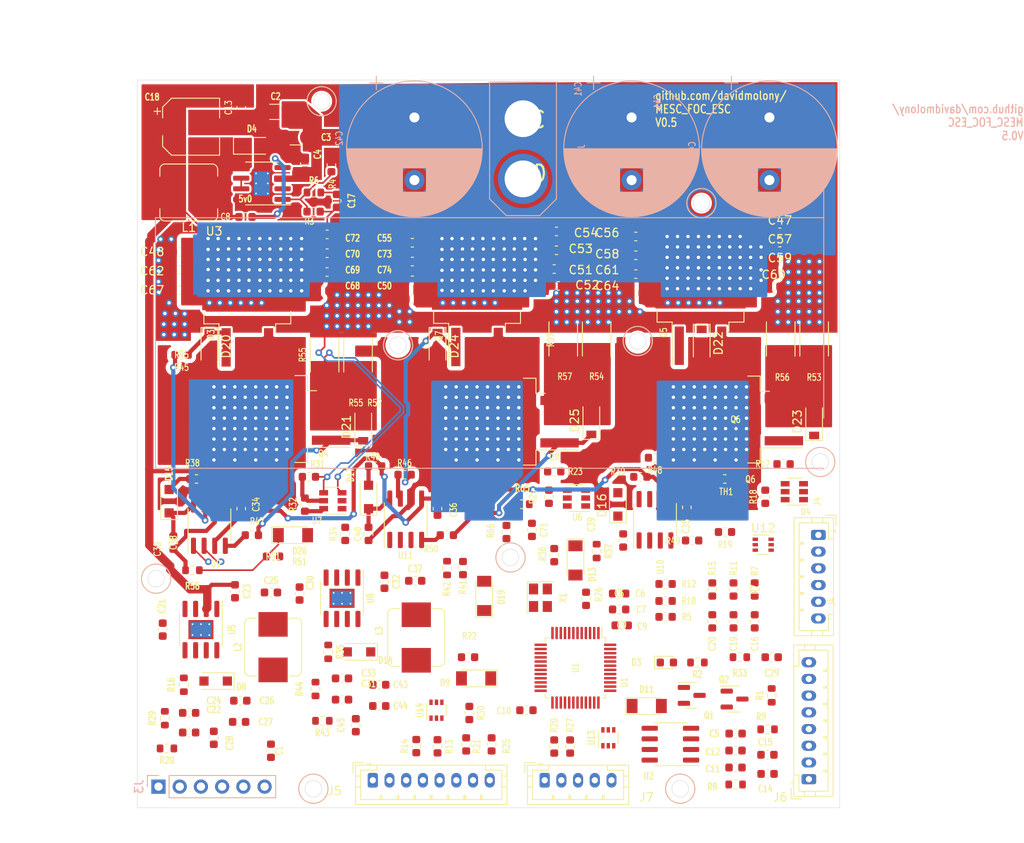
<source format=kicad_pcb>
(kicad_pcb (version 20211014) (generator pcbnew)
  (layers (0 "F.Cu" signal) (1 "In1.Cu" power) (2 "In2.Cu" power) (31 "B.Cu" signal) (34 "B.Paste" user) (35 "F.Paste" user) (36 "B.SilkS" user "B.Silkscreen") (37 "F.SilkS" user "F.Silkscreen") (38 "B.Mask" user) (39 "F.Mask" user) (44 "Edge.Cuts" user))
  (net 0 "")
  (net 1 "Net-(C5-Pad1)")
  (net 2 "+3V3")
  (net 3 "Net-(C8-Pad2)")
  (net 4 "Net-(C8-Pad1)")
  (net 5 "Net-(C14-Pad1)")
  (net 6 "Net-(C17-Pad2)")
  (net 7 "+VDC")
  (net 8 "Net-(D3-Pad2)")
  (net 9 "ISU")
  (net 10 "Net-(C21-Pad1)")
  (net 11 "Net-(C22-Pad1)")
  (net 12 "Net-(C25-Pad1)")
  (net 13 "ULin")
  (net 14 "UHin")
  (net 15 "Net-(C25-Pad2)")
  (net 16 "Motor_T")
  (net 17 "SWU")
  (net 18 "SWV")
  (net 19 "SWW")
  (net 20 "Net-(C30-Pad1)")
  (net 21 "WHin")
  (net 22 "VHin")
  (net 23 "WLin")
  (net 24 "VLin")
  (net 25 "ISV")
  (net 26 "ISW")
  (net 27 "Net-(C31-Pad1)")
  (net 28 "PWMin")
  (net 29 "PhaseU")
  (net 30 "PhaseV")
  (net 31 "PhaseW")
  (net 32 "SWDIO")
  (net 33 "SWCLK")
  (net 34 "#RES")
  (net 35 "STRx")
  (net 36 "STTx")
  (net 37 "Net-(C37-Pad1)")
  (net 38 "Net-(C37-Pad2)")
  (net 39 "Net-(C38-Pad1)")
  (net 40 "Vsense_MCU")
  (net 41 "/Hall3")
  (net 42 "/Hall2")
  (net 43 "/Hall1")
  (net 44 "Net-(C39-Pad1)")
  (net 45 "Net-(C40-Pad1)")
  (net 46 "I2CSCL")
  (net 47 "/op3Vout")
  (net 48 "+5V")
  (net 49 "HeartBeat_LED")
  (net 50 "Net-(C15-Pad1)")
  (net 51 "+12V")
  (net 52 "Net-(D15-Pad2)")
  (net 53 "Net-(D16-Pad2)")
  (net 54 "Net-(D17-Pad2)")
  (net 55 "SWO")
  (net 57 "Net-(J4-Pad4)")
  (net 58 "Net-(J4-Pad3)")
  (net 59 "Net-(J4-Pad2)")
  (net 60 "Net-(J5-Pad5)")
  (net 61 "Net-(J5-Pad4)")
  (net 62 "AnalogIn")
  (net 63 "BoardTemp")
  (net 64 "/op1Vout")
  (net 65 "/op2Vout")
  (net 66 "CAN_EN")
  (net 67 "Net-(Q1-Pad3)")
  (net 68 "Net-(R3-Pad2)")
  (net 69 "SGU")
  (net 70 "Net-(R16-Pad1)")
  (net 71 "Net-(R17-Pad1)")
  (net 72 "/UGH")
  (net 73 "/UGL")
  (net 74 "/VGH")
  (net 75 "/VGL")
  (net 76 "/WGH")
  (net 77 "/WGL")
  (net 78 "Net-(R19-Pad2)")
  (net 79 "Net-(R23-Pad1)")
  (net 80 "Net-(R26-Pad2)")
  (net 81 "Net-(R28-Pad2)")
  (net 82 "Net-(R31-Pad1)")
  (net 83 "Net-(R34-Pad2)")
  (net 84 "Net-(R35-Pad1)")
  (net 85 "Net-(R43-Pad2)")
  (net 86 "Net-(R45-Pad1)")
  (net 87 "Net-(R46-Pad1)")
  (net 88 "Net-(R47-Pad1)")
  (net 89 "Net-(R48-Pad1)")
  (net 90 "Net-(R49-Pad1)")
  (net 91 "Net-(R50-Pad1)")
  (net 92 "CAN_TXD")
  (net 93 "CAN_RXD")
  (net 95 "Net-(U1-Pad5)")
  (net 100 "Net-(U3-Pad6)")
  (net 106 "Net-(C11-Pad2)")
  (net 107 "Net-(C12-Pad2)")
  (net 108 "Net-(J7-Pad3)")
  (net 113 "Net-(J7-Pad2)")
  (footprint "Capacitor_SMD:C_0603_1608Metric" (layer "F.Cu") (at 148.75 68.5 180)
    (fp_text reference "C55")
    (fp_text value "C_1uF_100V")
  )
  (footprint "Capacitor_SMD:C_0603_1608Metric" (layer "F.Cu") (at 173.5075 110.49)
    (fp_text reference "C6")
    (fp_text value "C_1uF_100V")
  )
  (footprint "Capacitor_SMD:C_0603_1608Metric" (layer "F.Cu") (at 181.61 100.1775 -90)
    (fp_text reference "C35")
    (fp_text value "C_1uF_100V")
  )
  (footprint "Capacitor_SMD:C_0603_1608Metric" (layer "F.Cu") (at 173.99 104.14 -90)
    (fp_text reference "C39")
    (fp_text value "C_1uF_100V")
  )
  (footprint "Capacitor_SMD:C_0603_1608Metric" (layer "F.Cu") (at 192 73.75)
    (fp_text reference "C60")
    (fp_text value "C_1uF_100V")
  )
  (footprint "Diode_SMD:D_SOD-123F" (layer "F.Cu") (at 173.355 99.825 90)
    (fp_text reference "D16")
    (fp_text value "D_Sch_100V_2A")
  )
  (footprint "Package_TO_SOT_SMD:TO-263-2" (layer "F.Cu") (at 183.25 75.05 90)
    (fp_text reference "Q5")
    (fp_text value "CRSS037N10N")
  )
  (footprint "Resistor_SMD:R_2512_6332Metric" (layer "F.Cu") (at 192.85 80.01 90)
    (fp_text reference "R56")
    (fp_text value "Shunt")
  )
  (footprint "Resistor_SMD:R_0603_1608Metric" (layer "F.Cu") (at 176.0475 96.52 180)
    (fp_text reference "R39")
    (fp_text value "R_5")
  )
  (footprint "Resistor_SMD:R_0603_1608Metric" (layer "F.Cu") (at 182.245 104.14)
    (fp_text reference "R49")
    (fp_text value "R_5")
  )
  (footprint "Package_QFP:LQFP-48_7x7mm_P0.5mm" (layer "F.Cu") (at 168.275 119.38 -90)
    (fp_text reference "U1")
    (fp_text value "STM32F303CBTx")
  )
  (footprint "Package_SO:SOIC-8_3.9x4.9mm_P1.27mm" (layer "F.Cu") (at 177.8 101.665 90)
    (fp_text reference "U10")
    (fp_text value "IR2181")
  )
  (footprint "Capacitor_SMD:C_0603_1608Metric" (layer "F.Cu") (at 173.8125 114.3)
    (fp_text reference "C9")
    (fp_text value "C_0.1uF_100V")
  )
  (footprint "Capacitor_SMD:C_0603_1608Metric" (layer "F.Cu") (at 151.765 100.33 -90)
    (fp_text reference "C36")
    (fp_text value "C_1uF_100V")
  )
  (footprint "Capacitor_SMD:C_0603_1608Metric" (layer "F.Cu") (at 128.27 100.33 -90)
    (fp_text reference "C34")
    (fp_text value "C_1uF_100V")
  )
  (footprint "Capacitor_SMD:C_0603_1608Metric" (layer "F.Cu") (at 143.51 103.3525 -90)
    (fp_text reference "C40")
    (fp_text value "C_1uF_100V")
  )
  (footprint "Capacitor_SMD:C_0603_1608Metric" (layer "F.Cu") (at 120.142 104.394 -90)
    (fp_text reference "C38")
    (fp_text value "C_1uF_100V")
  )
  (footprint "Capacitor_SMD:C_0603_1608Metric" (layer "F.Cu") (at 120.891 69.596 180)
    (fp_text reference "C48")
    (fp_text value "C_1uF_100V")
  )
  (footprint "Capacitor_SMD:C_0603_1608Metric" (layer "F.Cu") (at 166.23 73.66)
    (fp_text reference "C52")
    (fp_text value "C_0.1uF_100V")
  )
  (footprint "Capacitor_SMD:C_0603_1608Metric" (layer "F.Cu") (at 138 74.25)
    (fp_text reference "C68")
    (fp_text value "C_0.1uF_100V")
  )
  (footprint "Package_TO_SOT_SMD:TO-263-2" (layer "F.Cu") (at 187.452 89.662 180)
    (fp_text reference "Q6")
    (fp_text value "CRSS037N10N")
  )
  (footprint "Package_TO_SOT_SMD:TO-263-2" (layer "F.Cu") (at 156.5 75.2 90)
    (fp_text reference "Q7")
    (fp_text value "CRSS037N10N")
  )
  (footprint "Package_TO_SOT_SMD:TO-263-2" (layer "F.Cu") (at 160.601 89.916 180)
    (fp_text reference "Q8")
    (fp_text value "CRSS037N10N")
  )
  (footprint "Package_TO_SOT_SMD:TO-263-2" (layer "F.Cu") (at 129 75.25 90)
    (fp_text reference "Q3")
    (fp_text value "CRSS037N10N")
  )
  (footprint "Package_TO_SOT_SMD:TO-263-2" (layer "F.Cu") (at 133.25 89.6 180)
    (fp_text reference "Q4")
    (fp_text value "CRSS037N10N")
  )
  (footprint "Resistor_SMD:R_0603_1608Metric" (layer "F.Cu") (at 177.8 94.234)
    (fp_text reference "R48")
    (fp_text value "R_5")
  )
  (footprint "Resistor_SMD:R_0603_1608Metric" (layer "F.Cu") (at 144.2975 95.25 180)
    (fp_text reference "R40")
    (fp_text value "R_5")
  )
  (footprint "Resistor_SMD:R_0603_1608Metric" (layer "F.Cu") (at 122.9105 96.774 180)
    (fp_text reference "R38")
    (fp_text value "R_5")
  )
  (footprint "Resistor_SMD:R_0603_1608Metric" (layer "F.Cu") (at 147.828 96.266)
    (fp_text reference "R46")
    (fp_text value "R_5")
  )
  (footprint "Resistor_SMD:R_0603_1608Metric" (layer "F.Cu") (at 152.8825 103.505)
    (fp_text reference "R50")
    (fp_text value "R_5")
  )
  (footprint "Resistor_SMD:R_0603_1608Metric" (layer "F.Cu") (at 121.1325 81.915)
    (fp_text reference "R45")
    (fp_text value "R_5")
  )
  (footprint "Resistor_SMD:R_0603_1608Metric" (layer "F.Cu") (at 129.54 103.505)
    (fp_text reference "R47")
    (fp_text value "R_5")
  )
  (footprint "Resistor_SMD:R_2512_6332Metric" (layer "F.Cu") (at 166.815 80.01 90)
    (fp_text reference "R57")
    (fp_text value "Shunt")
  )
  (footprint "Resistor_SMD:R_2512_6332Metric" (layer "F.Cu") (at 138.25 81.915 90)
    (fp_text reference "R55")
    (fp_text value "Shunt")
  )
  (footprint "Package_SO:SOIC-8_3.9x4.9mm_P1.27mm" (layer "F.Cu") (at 147.955 101.6 90)
    (fp_text reference "U11")
    (fp_text value "IR2181")
  )
  (footprint "Package_SO:SOIC-8_3.9x4.9mm_P1.27mm" (layer "F.Cu") (at 124.46 102.3 90)
    (fp_text reference "U9")
    (fp_text value "IR2181")
  )
  (footprint "Capacitor_SMD:C_0603_1608Metric" (layer "F.Cu") (at 135.89 59.055 90)
    (fp_text reference "C4")
    (fp_text value "C_0.1uF_100V")
  )
  (footprint "Capacitor_SMD:C_0603_1608Metric" (layer "F.Cu") (at 128.778 65.405 180)
    (fp_text reference "C8")
    (fp_text value "C_100nF_16V")
  )
  (footprint "Capacitor_SMD:C_0603_1608Metric" (layer "F.Cu") (at 128.27 52.3495 -90)
    (fp_text reference "C13")
    (fp_text value "C_10uF_25V")
  )
  (footprint "Inductor_SMD:L_Bourns_SRP7028A_7.3x6.6mm" (layer "F.Cu") (at 121.989 62.484 180)
    (fp_text reference "L1")
    (fp_text value "L_47uH_2.0A")
  )
  (footprint "Resistor_SMD:R_0603_1608Metric" (layer "F.Cu") (at 136.9315 64.77 180)
    (fp_text reference "R3")
    (fp_text value "R_590K")
  )
  (footprint "Resistor_SMD:R_0603_1608Metric" (layer "F.Cu") (at 139.065 59.2075 90)
    (fp_text reference "R4")
    (fp_text value "R_4k7")
  )
  (footprint "Resistor_SMD:R_0603_1608Metric" (layer "F.Cu") (at 160.02 103.124 -90)
    (fp_text reference "R66")
    (fp_text value "R_1.5k")
  )
  (footprint "Resistor_SMD:R_2512_6332Metric" (layer "F.Cu") (at 196.85 80.01 90)
    (fp_text reference "R53")
    (fp_text value "Shunt")
  )
  (footprint "Resistor_SMD:R_2512_6332Metric" (layer "F.Cu") (at 170.815 80.01 90)
    (fp_text reference "R54")
    (fp_text value "Shunt")
  )
  (footprint "Resistor_SMD:R_2512_6332Metric" (layer "F.Cu") (at 142.25 81.915 90)
    (fp_text reference "R52")
    (fp_text value "Shunt")
  )
  (footprint "Capacitor_SMD:C_0603_1608Metric" (layer "F.Cu") (at 162.4075 124.46 180)
    (fp_text reference "C10")
    (fp_text value "C_0.1uF_100V")
  )
  (footprint "Diode_SMD:D_MiniMELF" (layer "F.Cu") (at 176.812 123.952)
    (fp_text reference "D11")
    (fp_text value "D_Zener_3v3")
  )
  (footprint "Diode_SMD:D_MiniMELF" (layer "F.Cu") (at 168.275 106.525 -90)
    (fp_text reference "D13")
    (fp_text value "D_Zener_3v3")
  )
  (footprint "Diode_SMD:D_MiniMELF" (layer "F.Cu") (at 157.353 110.772 90)
    (fp_text reference "D19")
    (fp_text value "D_Zener_3V3")
  )
  (footprint "Diode_SMD:D_MiniMELF" (layer "F.Cu") (at 134.465 103.505)
    (fp_text reference "D26")
    (fp_text value "D_Zener_3V3")
  )
  (footprint "Resistor_SMD:R_0603_1608Metric" (layer "F.Cu") (at 165.735 105.8925 -90)
    (fp_text reference "R36")
    (fp_text value "R_1.5k")
  )
  (footprint "Resistor_SMD:R_0603_1608Metric" (layer "F.Cu") (at 170.815 105.41 -90)
    (fp_text reference "R37")
    (fp_text value "R_82k")
  )
  (footprint "Resistor_SMD:R_0603_1608Metric" (layer "F.Cu") (at 154.813 107.442 90)
    (fp_text reference "R41")
    (fp_text value "R_1.5k")
  )
  (footprint "Resistor_SMD:R_0603_1608Metric" (layer "F.Cu") (at 152.908 107.442 -90)
    (fp_text reference "R42")
    (fp_text value "R_82k")
  )
  (footprint "Resistor_SMD:R_0603_1608Metric" (layer "F.Cu") (at 132.08 106.045)
    (fp_text reference "R51")
    (fp_text value "R_1.5k")
  )
  (footprint "Resistor_SMD:R_0603_1608Metric" (layer "F.Cu") (at 122.428 107.696)
    (fp_text reference "R58")
    (fp_text value "R_82k")
  )
  (footprint "Resistor_SMD:R_0603_1608Metric" (layer "F.Cu") (at 161.925 99.7965 180)
    (fp_text reference "R65")
    (fp_text value "R_82k")
  )
  (footprint "INV_Board:X1OSC" (layer "F.Cu") (at 164.084 110.998 -90)
    (fp_text reference "X1")
    (fp_text value "ASE-xxxMHz")
  )
  (footprint "Capacitor_SMD:C_0603_1608Metric" (layer "F.Cu") (at 163.068 102.87 -90)
    (fp_text reference "C71")
    (fp_text value "C_0.1uF_100V")
  )
  (footprint "Connector_JST:JST_PH_B5B-PH-K_1x05_P2.00mm_Vertical" (layer "F.Cu") (at 164.592 132.842)
    (fp_text reference "J7")
    (fp_text value "Conn_01x05_Male")
  )
  (footprint "Capacitor_SMD:C_0603_1608Metric" (layer "F.Cu") (at 131.826 129.3115 90)
    (fp_text reference "C1")
    (fp_text value "C_0.1uF_100V")
  )
  (footprint "Diode_SMD:D_SOD-123F" (layer "F.Cu") (at 119.634 99.438 90)
    (fp_text reference "D15")
    (fp_text value "D_Sch_100V_2A")
  )
  (footprint "Capacitor_SMD:C_0603_1608Metric" (layer "F.Cu") (at 192.75 71.75)
    (fp_text reference "C59")
    (fp_text value "C_1uF_100V")
  )
  (footprint "Capacitor_SMD:C_0603_1608Metric" (layer "F.Cu") (at 192.75 69.5)
    (fp_text reference "C57")
    (fp_text value "C_1uF_100V")
  )
  (footprint "Diode_SMD:D_SOD-123" (layer "F.Cu") (at 183.388 80.518 -90)
    (fp_text reference "D22")
    (fp_text value "D_Zener_16V")
  )
  (footprint "Diode_SMD:D_SOD-123" (layer "F.Cu") (at 196.85 89.915 90)
    (fp_text reference "D23")
    (fp_text value "D_Zener_16V")
  )
  (footprint "Diode_SMD:D_SOD-123" (layer "F.Cu") (at 151.765 80.9 -90)
    (fp_text reference "D24")
    (fp_text value "D_Zener_16V")
  )
  (footprint "Diode_SMD:D_SOD-123" (layer "F.Cu") (at 170.18 89.79 90)
    (fp_text reference "D25")
    (fp_text value "D_Zener_16V")
  )
  (footprint "Diode_SMD:D_SOD-123" (layer "F.Cu") (at 124.46 80.9 -90)
    (fp_text reference "D20")
    (fp_text value "D_Zener_16V")
  )
  (footprint "Diode_SMD:D_SOD-123" (layer "F.Cu") (at 142.875 90.55 90)
    (fp_text reference "D21")
    (fp_text value "D_Zener_16V")
  )
  (footprint "Resistor_SMD:R_0603_1608Metric" (layer "F.Cu") (at 167.64 128.8035 -90)
    (fp_text reference "R27")
    (fp_text value "R_1.5k")
  )
  (footprint "Resistor_SMD:R_0603_1608Metric" (layer "F.Cu") (at 155.194 128.5495 -90)
    (fp_text reference "R21")
    (fp_text value "R_1.5k")
  )
  (footprint "Resistor_SMD:R_0603_1608Metric" (layer "F.Cu") (at 158.242 128.5495 -90)
    (fp_text reference "R25")
    (fp_text value "R_1.5k")
  )
  (footprint "Resistor_SMD:R_0603_1608Metric" (layer "F.Cu") (at 179.07 113.284)
    (fp_text reference "R5")
    (fp_text value "R_1.5k")
  )
  (footprint "Resistor_SMD:R_0603_1608Metric" (layer "F.Cu") (at 179.07 111.379)
    (fp_text reference "R10")
    (fp_text value "R_1.5k")
  )
  (footprint "Resistor_SMD:R_0603_1608Metric" (layer "F.Cu") (at 179.07 109.347)
    (fp_text reference "R12")
    (fp_text value "R_1.5k")
  )
  (footprint "Resistor_SMD:R_0603_1608Metric" (layer "F.Cu") (at 189.738 110.0075 90)
    (fp_text reference "R7")
    (fp_text value "R_4k7")
  )
  (footprint "Resistor_SMD:R_0603_1608Metric" (layer "F.Cu") (at 187.198 110.0075 90)
    (fp_text reference "R11")
    (fp_text value "R_4k7")
  )
  (footprint "Resistor_SMD:R_0603_1608Metric" (layer "F.Cu") (at 184.658 110.0075 90)
    (fp_text reference "R15")
    (fp_text value "R_4k7")
  )
  (footprint "Capacitor_SMD:C_0603_1608Metric" (layer "F.Cu") (at 173.5075 112.395)
    (fp_text reference "C7")
    (fp_text value "C_0.1uF_100V")
  )
  (footprint "Diode_SMD:D_SOD-123F" (layer "F.Cu") (at 143.51 98.93 90)
    (fp_text reference "D17")
    (fp_text value "D_Sch_100V_2A")
  )
  (footprint "Resistor_SMD:R_0603_1608Metric" (layer "F.Cu") (at 151.765 128.778 90)
    (fp_text reference "R13")
    (fp_text value "R_100")
  )
  (footprint "Resistor_SMD:R_0603_1608Metric" (layer "F.Cu") (at 149.225 128.7525 -90)
    (fp_text reference "R14")
    (fp_text value "R_100")
  )
  (footprint "Connector_JST:JST_PH_B6B-PH-K_1x06_P2.00mm_Vertical" (layer "F.Cu") (at 197.358 103.474 -90)
    (fp_text reference "J4")
    (fp_text value "Conn_01x06_Female")
  )
  (footprint "Capacitor_SMD:C_0603_1608Metric" (layer "F.Cu") (at 189.738 113.8175 -90)
    (fp_text reference "C16")
    (fp_text value "C_100pF_16V")
  )
  (footprint "Capacitor_SMD:C_0603_1608Metric" (layer "F.Cu") (at 187.198 113.8175 -90)
    (fp_text reference "C19")
    (fp_text value "C_100pF_16V")
  )
  (footprint "Capacitor_SMD:C_0603_1608Metric" (layer "F.Cu") (at 184.658 113.8175 -90)
    (fp_text reference "C20")
    (fp_text value "C_100pF_16V")
  )
  (footprint "Capacitor_SMD:C_0603_1608Metric" (layer "F.Cu") (at 120.841 71.744 180)
    (fp_text reference "C62")
    (fp_text value "C_1uF_100V")
  )
  (footprint "Capacitor_SMD:C_0603_1608Metric" (layer "F.Cu") (at 120.841 74.168 180)
    (fp_text reference "C67")
    (fp_text value "C_1uF_100V")
  )
  (footprint "Capacitor_SMD:C_0603_1608Metric" (layer "F.Cu") (at 138.55 72)
    (fp_text reference "C69")
    (fp_text value "C_1uF_100V")
  )
  (footprint "Capacitor_SMD:C_0603_1608Metric" (layer "F.Cu") (at 138.55 69.75)
    (fp_text reference "C70")
    (fp_text value "C_1uF_100V")
  )
  (footprint "Capacitor_SMD:C_0603_1608Metric" (layer "F.Cu") (at 138.55 67.5)
    (fp_text reference "C72")
    (fp_text value "C_1uF_100V")
  )
  (footprint "Capacitor_SMD:C_0603_1608Metric" (layer "F.Cu") (at 148.75 70.75 180)
    (fp_text reference "C73")
    (fp_text value "C_1uF_100V")
  )
  (footprint "Capacitor_SMD:C_0603_1608Metric" (layer "F.Cu") (at 148.75 73 180)
    (fp_text reference "C74")
    (fp_text value "C_1uF_100V")
  )
  (footprint "Capacitor_SMD:C_0603_1608Metric" (layer "F.Cu") (at 148.75 75.25 180)
    (fp_text reference "C50")
    (fp_text value "C_1uF_100V")
  )
  (footprint "Capacitor_SMD:C_0603_1608Metric" (layer "F.Cu") (at 165.735 71.65)
    (fp_text reference "C51")
    (fp_text value "C_1uF_100V")
  )
  (footprint "Capacitor_SMD:C_0603_1608Metric" (layer "F.Cu") (at 166 69.4)
    (fp_text reference "C53")
    (fp_text value "C_1uF_100V")
  )
  (footprint "Capacitor_SMD:C_0603_1608Metric" (layer "F.Cu") (at 175.5 67.75 180)
    (fp_text reference "C56")
    (fp_text value "C_1uF_100V")
  )
  (footprint "Capacitor_SMD:C_0603_1608Metric" (layer "F.Cu") (at 175.5 70 180)
    (fp_text reference "C58")
    (fp_text value "C_1uF_100V")
  )
  (footprint "Capacitor_SMD:C_0603_1608Metric" (layer "F.Cu") (at 175.5 72.25 180)
    (fp_text reference "C61")
    (fp_text value "C_1uF_100V")
  )
  (footprint "Capacitor_SMD:C_0603_1608Metric" (layer "F.Cu") (at 175.5 74.5 180)
    (fp_text reference "C64")
    (fp_text value "C_1uF_100V")
  )
  (footprint "Diode_SMD:D_MiniMELF" (layer "F.Cu") (at 156.385 120.65 180)
    (fp_text reference "D9")
    (fp_text value "D_Zener_3v3")
  )
  (footprint "Resistor_SMD:R_0603_1608Metric" (layer "F.Cu") (at 165.735 128.8035 -90)
    (fp_text reference "R20")
    (fp_text value "R_1.5k")
  )
  (footprint "Resistor_SMD:R_0603_1608Metric" (layer "F.Cu") (at 155.575 124.79 90)
    (fp_text reference "R30")
    (fp_text value "R_4k7")
  )
  (footprint "Resistor_SMD:R_0603_1608Metric" (layer "F.Cu") (at 155.4225 118.11 180)
    (fp_text reference "R22")
    (fp_text value "R_1.5k")
  )
  (footprint "Resistor_SMD:R_0603_1608Metric" (layer "F.Cu") (at 186.1565 96.774)
    (fp_text reference "TH1")
    (fp_text value "Thermistor_NTC")
  )
  (footprint "Capacitor_SMD:C_0603_1608Metric" (layer "F.Cu") (at 192.75 67.25)
    (fp_text reference "C47")
    (fp_text value "C_1uF_100V")
  )
  (footprint "Package_TO_SOT_SMD:SOT-23-6" (layer "F.Cu") (at 194.48 98.298 180)
    (fp_text reference "U4")
    (fp_text value "INA181")
  )
  (footprint "Package_TO_SOT_SMD:SOT-23-6" (layer "F.Cu") (at 168.4 99.06 180)
    (fp_text reference "U6")
    (fp_text value "INA181")
  )
  (footprint "Package_TO_SOT_SMD:SOT-23-6" (layer "F.Cu") (at 139.235 99.38 180)
    (fp_text reference "U7")
    (fp_text value "INA181")
  )
  (footprint "Resistor_SMD:R_0603_1608Metric" (layer "F.Cu") (at 193.1925 94.996)
    (fp_text reference "R17")
    (fp_text value "R_30K")
  )
  (footprint "Resistor_SMD:R_0603_1608Metric" (layer "F.Cu") (at 191 98.9075 90)
    (fp_text reference "R18")
    (fp_text value "R_30K")
  )
  (footprint "Resistor_SMD:R_0603_1608Metric" (layer "F.Cu") (at 165.735 95.885)
    (fp_text reference "R23")
    (fp_text value "R_30K")
  )
  (footprint "Resistor_SMD:R_0603_1608Metric" (layer "F.Cu") (at 165.1 98.9075 90)
    (fp_text reference "R24")
    (fp_text value "R_30K")
  )
  (footprint "Resistor_SMD:R_0603_1608Metric" (layer "F.Cu") (at 136.3725 96.52)
    (fp_text reference "R31")
    (fp_text value "R_30K")
  )
  (footprint "Resistor_SMD:R_0603_1608Metric" (layer "F.Cu") (at 135.89 99.8475 90)
    (fp_text reference "R32")
    (fp_text value "R_30K")
  )
  (footprint "Connector_JST:JST_PH_B8B-PH-K_1x08_P2.00mm_Vertical" (layer "F.Cu") (at 144.018 132.842)
    (fp_text reference "J5")
    (fp_text value "Conn_01x08_Female")
  )
  (footprint "Resistor_SMD:R_0603_1608Metric" (layer "F.Cu") (at 186.182 103.124)
    (fp_text reference "R19")
    (fp_text value "R_150")
  )
  (footprint "Resistor_SMD:R_0603_1608Metric" (layer "F.Cu") (at 169.545 111.125 90)
    (fp_text reference "R26")
    (fp_text value "R_150")
  )
  (footprint "Resistor_SMD:R_0603_1608Metric" (layer "F.Cu") (at 140.716 103.3525 90)
    (fp_text reference "R34")
    (fp_text value "R_150")
  )
  (footprint "Capacitor_SMD:C_0603_1608Metric" (layer "F.Cu") (at 166 67.15)
    (fp_text reference "C54")
    (fp_text value "C_1uF_100V")
  )
  (footprint "Diode_SMD:D_SOD-123F" (layer "F.Cu") (at 125.21 120.967 180)
    (fp_text reference "D8")
    (fp_text value "D_Sch_100V_2A")
  )
  (footprint "Package_TO_SOT_SMD:SOT-363_SC-70-6" (layer "F.Cu") (at 172.212 127.762 90)
    (fp_text reference "U13")
    (fp_text value "SMF05CT1G")
  )
  (footprint "Capacitor_SMD:C_1206_3216Metric" (layer "F.Cu") (at 132.383 52.832)
    (fp_text reference "C2")
    (fp_text value "C_2.2uF 100V")
  )
  (footprint "Capacitor_SMD:C_0603_1608Metric" (layer "F.Cu") (at 128.0175 125.857)
    (fp_text reference "C27")
    (fp_text value "C_10uF_25V")
  )
  (footprint "Package_TO_SOT_SMD:SOT-363_SC-70-6" (layer "F.Cu") (at 190.754 104.648)
    (fp_text reference "U12")
    (fp_text value "SMF05CT1G")
  )
  (footprint "Capacitor_SMD:C_0603_1608Metric" (layer "F.Cu") (at 149.098 108.966)
    (fp_text reference "C37")
    (fp_text value "C_100nF_16V")
  )
  (footprint "Package_SO:SOIC-8-1EP_3.9x4.9mm_P1.27mm_EP2.29x3mm_ThermalVias" (layer "F.Cu") (at 123.444 114.808 -90)
    (fp_text reference "U5")
    (fp_text value "TPS54331DR")
  )
  (footprint "Capacitor_SMD:C_0603_1608Metric" (layer "F.Cu") (at 191.262 129.794 180)
    (fp_text reference "C15")
    (fp_text value "C_4.7nF")
  )
  (footprint "Capacitor_SMD:C_0603_1608Metric" (layer "F.Cu") (at 124.9825 127.762 -90)
    (fp_text reference "C28")
    (fp_text value "C_10uF_25V")
  )
  (footprint "Capacitor_SMD:C_0603_1608Metric" (layer "F.Cu") (at 191.77 118.11)
    (fp_text reference "C29")
    (fp_text value "C_100pF_16V")
  )
  (footprint "Capacitor_SMD:C_0603_1608Metric" (layer "F.Cu") (at 187.452 127.254)
    (fp_text reference "C5")
    (fp_text value "C_100nF_16V")
  )
  (footprint "Capacitor_SMD:C_0603_1608Metric" (layer "F.Cu") (at 131.8275 110.362)
    (fp_text reference "C25")
    (fp_text value "C_100nF_16V")
  )
  (footprint "Resistor_SMD:R_0603_1608Metric" (layer "F.Cu") (at 137.985 125.73 180)
    (fp_text reference "R43")
    (fp_text value "R_10.2K")
  )
  (footprint "Capacitor_SMD:C_0603_1608Metric" (layer "F.Cu") (at 144.793 121.412)
    (fp_text reference "C43")
    (fp_text value "C_10uF_25V")
  )
  (footprint "Resistor_SMD:R_0603_1608Metric" (layer "F.Cu") (at 119.126 125.412 -90)
    (fp_text reference "R29")
    (fp_text value "R_3.24K")
  )
  (footprint "Package_TO_SOT_SMD:SOT-23" (layer "F.Cu") (at 187.325 123.124)
    (fp_text reference "Q2")
    (fp_text value "AO3401A")
  )
  (footprint "Diode_SMD:D_SOD-123F" (layer "F.Cu") (at 129.54 56.896)
    (fp_text reference "D4")
    (fp_text value "D_Sch_100V_2A")
  )
  (footprint "Capacitor_SMD:C_0603_1608Metric" (layer "F.Cu") (at 187.439 129.286 180)
    (fp_text reference "C12")
    (fp_text value "C_4.7nF")
  )
  (footprint "Resistor_SMD:R_0603_1608Metric" (layer "F.Cu") (at 182.88 118.745 180)
    (fp_text reference "R2")
    (fp_text value "R_4k7")
  )
  (footprint "Capacitor_SMD:C_0603_1608Metric" (layer "F.Cu") (at 118.872 114.808 -90)
    (fp_text reference "C21")
    (fp_text value "C_8.2nF")
  )
  (footprint "Package_SO:SOIC-8_3.9x4.9mm_P1.27mm" (layer "F.Cu") (at 179.643 128.524 180)
    (fp_text reference "U2")
    (fp_text value "TJA1051T")
  )
  (footprint "Capacitor_SMD:C_1206_3216Metric" (layer "F.Cu") (at 134.825 55.88)
    (fp_text reference "C3")
    (fp_text value "C_2.2uF 100V")
  )
  (footprint "Capacitor_SMD:C_0603_1608Metric" (layer "F.Cu") (at 140.335 123.19)
    (fp_text reference "C31")
    (fp_text value "C_10pF")
  )
  (footprint "Capacitor_SMD:C_0603_1608Metric" (layer "F.Cu") (at 141.986 126.251 -90)
    (fp_text reference "C45")
    (fp_text value "C_10uF_25V")
  )
  (footprint "Package_TO_SOT_SMD:SOT-23" (layer "F.Cu") (at 182.1965 122.682)
    (fp_text reference "Q1")
    (fp_text value "2N7002")
  )
  (footprint "Package_SO:SOIC-8-1EP_3.9x4.9mm_P1.27mm_EP2.41x3.3mm_ThermalVias" (layer "F.Cu") (at 130.745 61.405 180)
    (fp_text reference "U3")
    (fp_text value "MP9486A")
  )
  (footprint "LED_SMD:LED_0603_1608Metric" (layer "F.Cu") (at 179.2225 118.745)
    (fp_text reference "D3")
    (fp_text value "LED_Small")
  )
  (footprint "Package_TO_SOT_SMD:SOT-363_SC-70-6" (layer "F.Cu") (at 151.638 124.46 90)
    (fp_text reference "U14")
    (fp_text value "SMF05CT1G")
  )
  (footprint "Capacitor_SMD:C_0603_1608Metric" (layer "F.Cu") (at 139.7 63.487 90)
    (fp_text reference "C17")
    (fp_text value "C_0.1uF_100V")
  )
  (footprint "Resistor_SMD:R_0603_1608Metric" (layer "F.Cu") (at 138.684 117.475 -90)
    (fp_text reference "R35")
    (fp_text value "R_5.76K")
  )
  (footprint "Capacitor_SMD:C_0603_1608Metric" (layer "F.Cu") (at 128.1575 123.317)
    (fp_text reference "C26")
    (fp_text value "C_10uF_25V")
  )
  (footprint "Capacitor_SMD:C_0603_1608Metric" (layer "F.Cu") (at 191.275 132.08 180)
    (fp_text reference "C14")
    (fp_text value "C_4.7nF")
  )
  (footprint "Capacitor_SMD:C_0603_1608Metric" (layer "F.Cu") (at 187.439 131.318 180)
    (fp_text reference "C11")
    (fp_text value "C_4.7nF")
  )
  (footprint "Capacitor_SMD:C_0603_1608Metric" (layer "F.Cu") (at 122.035 127.127)
    (fp_text reference "C22")
    (fp_text value "C_10pF")
  )
  (footprint "Resistor_SMD:R_0603_1608Metric" (layer "F.Cu") (at 191.77 122.682 90)
    (fp_text reference "R1")
    (fp_text value "R_82k")
  )
  (footprint "Capacitor_SMD:C_0603_1608Metric" (layer "F.Cu") (at 122.035 124.777)
    (fp_text reference "C24")
    (fp_text value "C_5.1nF")
  )
  (footprint "Resistor_SMD:R_0603_1608Metric" (layer "F.Cu") (at 136.969 62.484)
    (fp_text reference "R6")
    (fp_text value "R_4k7")
  )
  (footprint "Inductor_SMD:L_Bourns_SRP7028A_7.3x6.6mm" (layer "F.Cu") (at 149.225 115.755 90)
    (fp_text reference "L3")
    (fp_text value "L_15uH_3A")
  )
  (footprint "Diode_SMD:D_SOD-123F" (layer "F.Cu") (at 142.37 117.475 180)
    (fp_text reference "D14")
    (fp_text value "D_Sch_100V_2A")
  )
  (footprint "Capacitor_SMD:CP_Elec_6.3x7.7" (layer "F.Cu") (at 122.268 54.61)
    (fp_text reference "C18")
    (fp_text value "C_100uF_25V")
  )
  (footprint "Capacitor_SMD:C_0603_1608Metric" (layer "F.Cu") (at 144.793 123.952)
    (fp_text reference "C44")
    (fp_text value "C_10uF_25V")
  )
  (footprint "Capacitor_SMD:C_0603_1608Metric" (layer "F.Cu") (at 140.335 120.65)
    (fp_text reference "C33")
    (fp_text value "C_5.1nF")
  )
  (footprint "Capacitor_SMD:C_0603_1608Metric" (layer "F.Cu") (at 135.255 110.49 -90)
    (fp_text reference "C30")
    (fp_text value "C_8.2nF")
  )
  (footprint "Resistor_SMD:R_0603_1608Metric" (layer "F.Cu") (at 191.275 126.746 180)
    (fp_text reference "R9")
    (fp_text value "R_60")
  )
  (footprint "Resistor_SMD:R_0603_1608Metric" (layer "F.Cu") (at 187.452 133.35)
    (fp_text reference "R8")
    (fp_text value "R_60")
  )
  (footprint "Resistor_SMD:R_0603_1608Metric" (layer "F.Cu") (at 187.96 118.11)
    (fp_text reference "R33")
    (fp_text value "R_4k7")
  )
  (footprint "Package_SO:SOIC-8-1EP_3.9x4.9mm_P1.27mm_EP2.29x3mm_ThermalVias" (layer "F.Cu") (at 140.335 111.06 -90)
    (fp_text reference "U8")
    (fp_text value "TPS54331DR")
  )
  (footprint "Resistor_SMD:R_0603_1608Metric" (layer "F.Cu") (at 121.4 121.412 -90)
    (fp_text reference "R16")
    (fp_text value "R_5.76K")
  )
  (footprint "Resistor_SMD:R_0603_1608Metric" (layer "F.Cu") (at 137.16 121.92 -90)
    (fp_text reference "R44")
    (fp_text value "R_1.96K")
  )
  (footprint "Inductor_SMD:L_Bourns_SRP7028A_7.3x6.6mm" (layer "F.Cu") (at 132.08 116.909 90)
    (fp_text reference "L2")
    (fp_text value "L_15uH_3A")
  )
  (footprint "Capacitor_SMD:C_0603_1608Metric" (layer "F.Cu") (at 127.5225 110.222 -90)
    (fp_text reference "C23")
    (fp_text value "C_10uF_25V")
  )
  (footprint "Resistor_SMD:R_0603_1608Metric" (layer "F.Cu") (at 119.38 129.032 180)
    (fp_text reference "R28")
    (fp_text value "R_10.2K")
  )
  (footprint "Connector_JST:JST_PH_B8B-PH-K_1x08_P2.00mm_Vertical" (layer "F.Cu") (at 196.215 132.715 90)
    (fp_text reference "J6")
    (fp_text value "Conn_01x08_Female")
  )
  (footprint "Capacitor_SMD:C_0603_1608Metric" (layer "F.Cu") (at 145.415 109.08 -90)
    (fp_text reference "C32")
    (fp_text value "C_10uF_25V")
  )
  (footprint "Capacitor_THT:CP_Radial_D16.0mm_P7.50mm" (layer "B.Cu") (at 175 53.5 -90)
    (fp_text reference "C41")
    (fp_text value "CP_470uF+")
  )
  (footprint "Capacitor_THT:CP_Radial_D16.0mm_P7.50mm" (layer "B.Cu") (at 149 53.5 -90)
    (fp_text reference "C42")
    (fp_text value "CP_470uF+")
  )
  (footprint "Connector_PinHeader_2.54mm:PinHeader_1x06_P2.54mm_Vertical" (layer "B.Cu") (at 118.364 133.604 -90)
    (fp_text reference "J3")
    (fp_text value "Conn_01x06_Male")
  )
  (footprint "INV_Board:XT60" (layer "B.Cu") (at 162 57.25 90)
    (fp_text reference "J8")
    (fp_text value "Conn_01x02_Male")
  )
  (footprint "Capacitor_THT:CP_Radial_D16.0mm_P7.50mm" (layer "B.Cu") (at 191.5 53.5 -90)
    (fp_text reference "C46")
    (fp_text value "CP_470uF+")
  )
  (gr_line (start 118 65.5) (end 198 65.5) (layer "B.SilkS") (width 0.12))
  (gr_line (start 198 95.5) (end 118 95.5) (layer "B.SilkS") (width 0.12))
  (gr_circle (center 137.894 51.562) (end 139.644 51.562) (layer "B.SilkS") (width 0.12) (fill none))
  (gr_line (start 198 59.5) (end 198 89.5) (layer "B.SilkS") (width 0.12))
  (gr_circle (center 136.906 133.858) (end 138.656 133.858) (layer "B.SilkS") (width 0.12) (fill none))
  (gr_line (start 118 95.5) (end 118 65.5) (layer "B.SilkS") (width 0.12))
  (gr_circle (center 180.82 133.858) (end 182.57 133.858) (layer "B.SilkS") (width 0.12) (fill none))
  (gr_circle (center 175.74 80.264) (end 177.49 80.264) (layer "B.SilkS") (width 0.12) (fill none))
  (gr_circle (center 197.584 94.742) (end 199.334 94.742) (layer "B.SilkS") (width 0.12) (fill none))
  (gr_circle (center 183.36 63.754) (end 185.11 63.754) (layer "B.SilkS") (width 0.12) (fill none))
  (gr_circle (center 147.038 80.772) (end 148.788 80.772) (layer "B.SilkS") (width 0.12) (fill none))
  (gr_circle (center 118.082 108.712) (end 119.832 108.712) (layer "B.SilkS") (width 0.12) (fill none))
  (gr_circle (center 160.5 106.172) (end 162.25 106.172) (layer "B.SilkS") (width 0.12) (fill none))
  (gr_circle (center 183.36 63.754) (end 185.11 63.754) (layer "F.SilkS") (width 0.12) (fill none))
  (gr_circle (center 137.894 51.562) (end 139.644 51.562) (layer "F.SilkS") (width 0.12) (fill none))
  (gr_circle (center 118.082 108.712) (end 119.832 108.712) (layer "F.SilkS") (width 0.12) (fill none))
  (gr_circle (center 160.5 106.172) (end 162.25 106.172) (layer "F.SilkS") (width 0.12) (fill none))
  (gr_circle (center 180.82 133.858) (end 182.57 133.858) (layer "F.SilkS") (width 0.12) (fill none))
  (gr_circle (center 197.584 94.742) (end 199.334 94.742) (layer "F.SilkS") (width 0.12) (fill none))
  (gr_circle (center 175.74 80.264) (end 177.49 80.264) (layer "F.SilkS") (width 0.12) (fill none))
  (gr_circle (center 147.038 80.772) (end 148.788 80.772) (layer "F.SilkS") (width 0.12) (fill none))
  (gr_circle (center 136.906 133.858) (end 138.656 133.858) (layer "F.SilkS") (width 0.12) (fill none))
  (gr_line (start 115.824 136.144) (end 115.824 49.022) (layer "Edge.Cuts") (width 0.05))
  (gr_line (start 199.898 49.022) (end 199.898 136.144) (layer "Edge.Cuts") (width 0.05))
  (gr_circle (center 160.5 106.172) (end 161.5 106.172) (layer "Edge.Cuts") (width 0.05) (fill none))
  (gr_line (start 115.824 49.022) (end 199.898 49.022) (layer "Edge.Cuts") (width 0.05))
  (gr_circle (center 183.36 63.754) (end 184.36 63.754) (layer "Edge.Cuts") (width 0.05) (fill none))
  (gr_circle (center 137.894 51.562) (end 138.894 51.562) (layer "Edge.Cuts") (width 0.05) (fill none))
  (gr_circle (center 175.74 80.264) (end 176.74 80.264) (layer "Edge.Cuts") (width 0.05) (fill none))
  (gr_circle (center 180.82 133.858) (end 181.82 133.858) (layer "Edge.Cuts") (width 0.05) (fill none))
  (gr_circle (center 147.038 80.772) (end 148.038 80.772) (layer "Edge.Cuts") (width 0.05) (fill none))
  (gr_circle (center 118.082 108.712) (end 119.082 108.712) (layer "Edge.Cuts") (width 0.05) (fill none))
  (gr_line (start 199.898 136.144) (end 115.824 136.144) (layer "Edge.Cuts") (width 0.05))
  (gr_circle (center 136.906 133.858) (end 137.906 133.858) (layer "Edge.Cuts") (width 0.05) (fill none))
  (gr_circle (center 197.584 94.742) (end 198.584 94.742) (layer "Edge.Cuts") (width 0.05) (fill none))
  (gr_text "github.com/davidmolony/\nMESC_FOC_ESC\nV0.5\n" (at 221.996 54.102) (layer "B.SilkS") (effects (font (size 1 0.8)) (justify left mirror)))
  (gr_text "5v0" (at 128.75 63.25) (layer "F.SilkS") (effects (font (size 0.8 0.6))))
  (gr_text "VDC\n\nGND" (at 162.5 57) (layer "F.SilkS") (effects (font (size 2 1.5) (thickness 0.25))))
  (gr_text "github.com/davidmolony/\nMESC_FOC_ESC\nV0.5" (at 177.75 52.5) (layer "F.SilkS") (effects (font (size 1 0.8)) (justify left)))
  (segment (start 137.83 100.635) (end 138.135 100.33) (width 0.5) (layer "F.Cu") (net 2))
  (segment (start 135.89 100.635) (end 137.83 100.635) (width 0.5) (layer "F.Cu") (net 2))
  (segment (start 126.365 65.405) (end 127.9905 65.405) (width 0.5) (layer "F.Cu") (net 3))
  (segment (start 124.714 62.484) (end 124.714 63.754) (width 0.5) (layer "F.Cu") (net 3))
  (segment (start 124.714 63.754) (end 126.365 65.405) (width 0.5) (layer "F.Cu") (net 3))
  (segment (start 133.22 59.306) (end 133.22 59.5) (width 0.5) (layer "F.Cu") (net 4))
  (segment (start 132.334 58.42) (end 133.22 59.306) (width 0.5) (layer "F.Cu") (net 4))
  (segment (start 132.588 65.024) (end 132.207 65.405) (width 0.5) (layer "F.Cu") (net 4))
  (segment (start 132.207 65.405) (end 129.5655 65.405) (width 0.5) (layer "F.Cu") (net 4))
  (via (at 132.334 58.42) (size 0.8) (drill 0.4) (layers "F.Cu" "B.Cu") (net 4))
  (via (at 132.588 65.024) (size 0.8) (drill 0.4) (layers "F.Cu" "B.Cu") (net 4))
  (segment (start 132.334 58.42) (end 133.35 59.436) (width 0.5) (layer "B.Cu") (net 4))
  (segment (start 133.35 59.436) (end 133.35 64.262) (width 0.5) (layer "B.Cu") (net 4))
  (segment (start 133.35 64.262) (end 132.588 65.024) (width 0.5) (layer "B.Cu") (net 4))
  (segment (start 137.794 62.484) (end 139.7 62.484) (width 0.2) (layer "F.Cu") (net 6))
  (segment (start 136.3 55.88) (end 146.62 55.88) (width 2) (layer "F.Cu") (net 7))
  (segment (start 146.62 55.88) (end 149 53.5) (width 2) (layer "F.Cu") (net 7))
  (via (at 152.3 74.2) (size 0.8) (drill 0.4) (layers "F.Cu" "B.Cu") (net 7))
  (via (at 152.3 71.8) (size 0.8) (drill 0.4) (layers "F.Cu" "B.Cu") (net 7))
  (via (at 161 68) (size 0.8) (drill 0.4) (layers "F.Cu" "B.Cu") (net 7))
  (via (at 152.3 69.3) (size 0.8) (drill 0.4) (layers "F.Cu" "B.Cu") (net 7))
  (via (at 163.5 68) (size 0.8) (drill 0.4) (layers "F.Cu" "B.Cu") (net 7))
  (via (at 153.5 68) (size 0.8) (drill 0.4) (layers "F.Cu" "B.Cu") (net 7))
  (via (at 156 68) (size 0.8) (drill 0.4) (layers "F.Cu" "B.Cu") (net 7))
  (via (at 152.3 68) (size 0.8) (drill 0.4) (layers "F.Cu" "B.Cu") (net 7))
  (via (at 185.5 67.75) (size 0.8) (drill 0.4) (layers "F.Cu" "B.Cu") (net 7))
  (via (at 190.5 73) (size 0.8) (drill 0.4) (layers "F.Cu" "B.Cu") (net 7))
  (via (at 184.25 67.75) (size 0.8) (drill 0.4) (layers "F.Cu" "B.Cu") (net 7))
  (via (at 186.75 67.75) (size 0.8) (drill 0.4) (layers "F.Cu" "B.Cu") (net 7))
  (via (at 162.2 68) (size 0.8) (drill 0.4) (layers "F.Cu" "B.Cu") (net 7))
  (via (at 181.75 67.75) (size 0.8) (drill 0.4) (layers "F.Cu" "B.Cu") (net 7))
  (via (at 125.5 74.25) (size 0.8) (drill 0.4) (layers "F.Cu" "B.Cu") (net 7))
  (via (at 179.25 71.5) (size 0.8) (drill 0.4) (layers "F.Cu" "B.Cu") (net 7))
  (via (at 179.25 74) (size 0.8) (drill 0.4) (layers "F.Cu" "B.Cu") (net 7))
  (via (at 152.3 70.5) (size 0.8) (drill 0.4) (layers "F.Cu" "B.Cu") (net 7))
  (via (at 152.3 73) (size 0.8) (drill 0.4) (layers "F.Cu" "B.Cu") (net 7))
  (via (at 124.3 73) (size 0.8) (drill 0.4) (layers "F.Cu" "B.Cu") (net 7))
  (via (at 179.25 70.25) (size 0.8) (drill 0.4) (layers "F.Cu" "B.Cu") (net 7))
  (via (at 179.25 69) (size 0.8) (drill 0.4) (layers "F.Cu" "B.Cu") (net 7))
  (via (at 190.5 69) (size 0.8) (drill 0.4) (layers "F.Cu" "B.Cu") (net 7))
  (via (at 154.75 74.25) (size 0.8) (drill 0.4) (layers "F.Cu" "B.Cu") (net 7))
  (via (at 157.25 74.25) (size 0.8) (drill 0.4) (layers "F.Cu" "B.Cu") (net 7))
  (via (at 159.75 74.25) (size 0.8) (drill 0.4) (layers "F.Cu" "B.Cu") (net 7))
  (via (at 162.25 74.25) (size 0.8) (drill 0.4) (layers "F.Cu" "B.Cu") (net 7))
  (via (at 155.95 74.25) (size 0.8) (drill 0.4) (layers "F.Cu" "B.Cu") (net 7))
  (via (at 158.45 74.25) (size 0.8) (drill 0.4) (layers "F.Cu" "B.Cu") (net 7))
  (via (at 160.95 74.25) (size 0.8) (drill 0.4) (layers "F.Cu" "B.Cu") (net 7))
  (via (at 153.5 74.25) (size 0.8) (drill 0.4) (layers "F.Cu" "B.Cu") (net 7))
  (via (at 189.25 71.5) (size 0.8) (drill 0.4) (layers "F.Cu" "B.Cu") (net 7))
  (via (at 189.25 69) (size 0.8) (drill 0.4) (layers "F.Cu" "B.Cu") (net 7))
  (via (at 189.25 70.25) (size 0.8) (drill 0.4) (layers "F.Cu" "B.Cu") (net 7))
  (via (at 189.25 72.75) (size 0.8) (drill 0.4) (layers "F.Cu" "B.Cu") (net 7))
  (via (at 189.25 74) (size 0.8) (drill 0.4) (layers "F.Cu" "B.Cu") (net 7))
  (via (at 131.7 71.75) (size 0.8) (drill 0.4) (layers "F.Cu" "B.Cu") (net 7))
  (via (at 133 74.25) (size 0.8) (drill 0.4) (layers "F.Cu" "B.Cu") (net 7))
  (via (at 126.96 75.692) (size 0.8) (drill 0.4) (layers "F.Cu" "B.Cu") (net 7))
  (via (at 158.5 68) (size 0.8) (drill 0.4) (layers "F.Cu" "B.Cu") (net 7))
  (via (at 160.95 70.5) (size 0.8) (drill 0.4) (layers "F.Cu" "B.Cu") (net 7))
  (via (at 155.95 71.75) (size 0.8) (drill 0.4) (layers "F.Cu" "B.Cu") (net 7))
  (via (at 134.2 70.5) (size 0.8) (drill 0.4) (layers "F.Cu" "B.Cu") (net 7))
  (via (at 181.75 70.25) (size 0.8) (drill 0.4) (layers "F.Cu" "B.Cu") (net 7))
  (via (at 125.5 73) (size 0.8) (drill 0.4) (layers "F.Cu" "B.Cu") (net 7))
  (via (at 180.5 67.75) (size 0.8) (drill 0.4) (layers "F.Cu" "B.Cu") (net 7))
  (via (at 184.324 75.692) (size 0.8) (drill 0.4) (layers "F.Cu" "B.Cu") (net 7))
  (via (at 128 69.25) (size 0.8) (drill 0.4) (layers "F.Cu" "B.Cu") (net 7))
  (via (at 129.2 68) (size 0.8) (drill 0.4) (layers "F.Cu" "B.Cu") (net 7))
  (via (at 130.5 71.75) (size 0.8) (drill 0.4) (layers "F.Cu" "B.Cu") (net 7))
  (via (at 154.75 71.75) (size 0.8) (drill 0.4) (layers "F.Cu" "B.Cu") (net 7))
  (via (at 190.5 70.25) (size 0.8) (drill 0.4) (layers "F.Cu" "B.Cu") (net 7))
  (via (at 129.2 71.75) (size 0.8) (drill 0.4) (layers "F.Cu" "B.Cu") (net 7))
  (via (at 162.25 69.25) (size 0.8) (drill 0.4) (layers "F.Cu" "B.Cu") (net 7))
  (via (at 179.25 67.75) (size 0.8) (drill 0.4) (layers "F.Cu" "B.Cu") (net 7))
  (via (at 181.824 75.692) (size 0.8) (drill 0.4) (layers "F.Cu" "B.Cu") (net 7))
  (via (at 155.95 69.25) (size 0.8) (drill 0.4) (layers "F.Cu" "B.Cu") (net 7))
  (via (at 183 70.25) (size 0.8) (drill 0.4) (layers "F.Cu" "B.Cu") (net 7))
  (via (at 190.5 71.75) (size 0.8) (drill 0.4) (layers "F.Cu" "B.Cu") (net 7))
  (via (at 157.4 75.692) (size 0.8) (drill 0.4) (layers "F.Cu" "B.Cu") (net 7))
  (via (at 158.45 73) (size 0.8) (drill 0.4) (layers "F.Cu" "B.Cu") (net 7))
  (via (at 131.7 74.25) (size 0.8) (drill 0.4) (layers "F.Cu" "B.Cu") (net 7))
  (via (at 135.5 70.5) (size 0.8) (drill 0.4) (layers "F.Cu" "B.Cu") (net 7))
  (via (at 125.71 75.692) (size 0.8) (drill 0.4) (layers "F.Cu" "B.Cu") (net 7))
  (via (at 162.25 73) (size 0.8) (drill 0.4) (layers "F.Cu" "B.Cu") (net 7))
  (via (at 157.25 69.25) (size 0.8) (drill 0.4) (layers "F.Cu" "B.Cu") (net 7))
  (via (at 181.75 69) (size 0.8) (drill 0.4) (layers "F.Cu" "B.Cu") (net 7))
  (via (at 159.75 71.75) (size 0.8) (drill 0.4) (layers "F.Cu" "B.Cu") (net 7))
  (via (at 159.75 73) (size 0.8) (drill 0.4) (layers "F.Cu" "B.Cu") (net 7))
  (via (at 131.7 73) (size 0.8) (drill 0.4) (layers "F.Cu" "B.Cu") (net 7))
  (via (at 130.5 74.25) (size 0.8) (drill 0.4) (layers "F.Cu" "B.Cu") (net 7))
  (via (at 180.5 69) (size 0.8) (drill 0.4) (layers "F.Cu" "B.Cu") (net 7))
  (via (at 159.7 68) (size 0.8) (drill 0.4) (layers "F.Cu" "B.Cu") (net 7))
  (via (at 188 69) (size 0.8) (drill 0.4) (layers "F.Cu" "B.Cu") (net 7))
  (via (at 155.95 73) (size 0.8) (drill 0.4) (layers "F.Cu" "B.Cu") (net 7))
  (via (at 134.2 73) (size 0.8) (drill 0.4) (layers "F.Cu" "B.Cu") (net 7))
  (via (at 188 71.5) (size 0.8) (drill 0.4) (layers "F.Cu" "B.Cu") (net 7))
  (via (at 158.45 69.25) (size 0.8) (drill 0.4) (layers "F.Cu" "B.Cu") (net 7))
  (via (at 133 70.5) (size 0.8) (drill 0.4) (layers "F.Cu" "B.Cu") (net 7))
  (via (at 130.71 75.692) (size 0.8) (drill 0.4) (layers "F.Cu" "B.Cu") (net 7))
  (via (at 124.46 75.692) (size 0.8) (drill 0.4) (layers "F.Cu" "B.Cu") (net 7))
  (via (at 154.75 69.25) (size 0.8) (drill 0.4) (layers "F.Cu" "B.Cu") (net 7))
  (via (at 129.46 75.692) (size 0.8) (drill 0.4) (layers "F.Cu" "B.Cu") (net 7))
  (via (at 128.21 75.692) (size 0.8) (drill 0.4) (layers "F.Cu" "B.Cu") (net 7))
  (via (at 181.75 71.5) (size 0.8) (drill 0.4) (layers "F.Cu" "B.Cu") (net 7))
  (via (at 180.574 75.692) (size 0.8) (drill 0.4) (layers "F.Cu" "B.Cu") (net 7))
  (via (at 157.2 68) (size 0.8) (drill 0.4) (layers "F.Cu" "B.Cu") (net 7))
  (via (at 133 69.25) (size 0.8) (drill 0.4) (layers "F.Cu" "B.Cu") (net 7))
  (via (at 153.5 69.25) (size 0.8) (drill 0.4) (layers "F.Cu" "B.Cu") (net 7))
  (via (at 163.5 70.5) (size 0.8) (drill 0.4) (layers "F.Cu" "B.Cu") (net 7))
  (via (at 129.2 70.5) (size 0.8) (drill 0.4) (layers "F.Cu" "B.Cu") (net 7))
  (via (at 184.25 72.75) (size 0.8) (drill 0.4) (layers "F.Cu" "B.Cu") (net 7))
  (via (at 185.5 72.75) (size 0.8) (drill 0.4) (layers "F.Cu" "B.Cu") (net 7))
  (via (at 130.5 70.5) (size 0.8) (drill 0.4) (layers "F.Cu" "B.Cu") (net 7))
  (via (at 160.95 73) (size 0.8) (drill 0.4) (layers "F.Cu" "B.Cu") (net 7))
  (via (at 135.5 73) (size 0.8) (drill 0.4) (layers "F.Cu" "B.Cu") (net 7))
  (via (at 186.75 70.25) (size 0.8) (drill 0.4) (layers "F.Cu" "B.Cu") (net 7))
  (via (at 135.5 68) (size 0.8) (drill 0.4) (layers "F.Cu" "B.Cu") (net 7))
  (via (at 154.9 75.692) (size 0.8) (drill 0.4) (layers "F.Cu" "B.Cu") (net 7))
  (via (at 188 70.25) (size 0.8) (drill 0.4) (layers "F.Cu" "B.Cu") (net 7))
  (via (at 131.7 68) (size 0.8) (drill 0.4) (layers "F.Cu" "B.Cu") (net 7))
  (via (at 162.25 71.75) (size 0.8) (drill 0.4) (layers "F.Cu" "B.Cu") (net 7))
  (via (at 135.5 74.25) (size 0.8) (drill 0.4) (layers "F.Cu" "B.Cu") (net 7))
  (via (at 129.2 69.25) (size 0.8) (drill 0.4) (layers "F.Cu" "B.Cu") (net 7))
  (via (at 131.7 70.5) (size 0.8) (drill 0.4) (layers "F.Cu" "B.Cu") (net 7))
  (via (at 179.25 72.75) (size 0.8) (drill 0.4) (layers "F.Cu" "B.Cu") (net 7))
  (via (at 188 74) (size 0.8) (drill 0.4) (layers "F.Cu" "B.Cu") (net 7))
  (via (at 130.5 69.25) (size 0.8) (drill 0.4) (layers "F.Cu" "B.Cu") (net 7))
  (via (at 183 74) (size 0.8) (drill 0.4) (layers "F.Cu" "B.Cu") (net 7))
  (via (at 153.5 73) (size 0.8) (drill 0.4) (layers "F.Cu" "B.Cu") (net 7))
  (via (at 185.574 75.692) (size 0.8) (drill 0.4) (layers "F.Cu" "B.Cu") (net 7))
  (via (at 186.75 74) (size 0.8) (drill 0.4) (layers "F.Cu" "B.Cu") (net 7))
  (via (at 124.3 74.25) (size 0.8) (drill 0.4) (layers "F.Cu" "B.Cu") (net 7))
  (via (at 133 68) (size 0.8) (drill 0.4) (layers "F.Cu" "B.Cu") (net 7))
  (via (at 157.25 70.5) (size 0.8) (drill 0.4) (layers "F.Cu" "B.Cu") (net 7))
  (via (at 130.5 73) (size 0.8) (drill 0.4) (layers "F.Cu" "B.Cu") (net 7))
  (via (at 135.5 69.25) (size 0.8) (drill 0.4) (layers "F.Cu" "B.Cu") (net 7))
  (via (at 183 72.75) (size 0.8) (drill 0.4) (layers "F.Cu" "B.Cu") (net 7))
  (via (at 125.5 69.3) (size 0.8) (drill 0.4) (layers "F.Cu" "B.Cu") (net 7))
  (via (at 160.95 69.25) (size 0.8) (drill 0.4) (layers "F.Cu" "B.Cu") (net 7))
  (via (at 129.2 73) (size 0.8) (drill 0.4) (layers "F.Cu" "B.Cu") (net 7))
  (via (at 128 70.5) (size 0.8) (drill 0.4) (layers "F.Cu" "B.Cu") (net 7))
  (via (at 185.5 71.5) (size 0.8) (drill 0.4) (layers "F.Cu" "B.Cu") (net 7))
  (via (at 179.324 75.692) (size 0.8) (drill 0.4) (layers "F.Cu" "B.Cu") (net 7))
  (via (at 133 71.75) (size 0.8) (drill 0.4) (layers "F.Cu" "B.Cu") (net 7))
  (via (at 126.75 70.5) (size 0.8) (drill 0.4) (layers "F.Cu" "B.Cu") (net 7))
  (via (at 183 71.5) (size 0.8) (drill 0.4) (layers "F.Cu" "B.Cu") (net 7))
  (via (at 134.2 71.75) (size 0.8) (drill 0.4) (layers "F.Cu" "B.Cu") (net 7))
  (via (at 125.5 70.5) (size 0.8) (drill 0.4) (layers "F.Cu" "B.Cu") (net 7))
  (via (at 184.25 74) (size 0.8) (drill 0.4) (layers "F.Cu" "B.Cu") (net 7))
  (via (at 160.95 71.75) (size 0.8) (drill 0.4) (layers "F.Cu" "B.Cu") (net 7))
  (via (at 181.75 72.75) (size 0.8) (drill 0.4) (layers "F.Cu" "B.Cu") (net 7))
  (via (at 183 69) (size 0.8) (drill 0.4) (layers "F.Cu" "B.Cu") (net 7))
  (via (at 180.5 72.75) (size 0.8) (drill 0.4) (layers "F.Cu" "B.Cu") (net 7))
  (via (at 162.25 70.5) (size 0.8) (drill 0.4) (layers "F.Cu" "B.Cu") (net 7))
  (via (at 124.3 68) (size 0.8) (drill 0.4) (layers "F.Cu" "B.Cu") (net 7))
  (via (at 134.2 69.25) (size 0.8) (drill 0.4) (layers "F.Cu" "B.Cu") (net 7))
  (via (at 125.5 71.7) (size 0.8) (drill 0.4) (layers "F.Cu" "B.Cu") (net 7))
  (via (at 133 73) (size 0.8) (drill 0.4) (layers "F.Cu" "B.Cu") (net 7))
  (via (at 186.75 71.5) (size 0.8) (drill 0.4) (layers "F.Cu" "B.Cu") (net 7))
  (via (at 188 67.75) (size 0.8) (drill 0.4) (layers "F.Cu" "B.Cu") (net 7))
  (via (at 184.25 69) (size 0.8) (drill 0.4) (layers "F.Cu" "B.Cu") (net 7))
  (via (at 134.2 68) (size 0.8) (drill 0.4) (layers "F.Cu" "B.Cu") (net 7))
  (via (at 184.25 70.25) (size 0.8) (drill 0.4) (layers "F.Cu" "B.Cu") (net 7))
  (via (at 126.75 71.75) (size 0.8) (drill 0.4) (layers "F.Cu" "B.Cu") (net 7))
  (via (at 126.75 69.25) (size 0.8) (drill 0.4) (layers "F.Cu" "B.Cu") (net 7))
  (via (at 163.5 71.75) (size 0.8) (drill 0.4) (layers "F.Cu" "B.Cu") (net 7))
  (via (at 124.3 71.7) (size 0.8) (drill 0.4) (layers "F.Cu" "B.Cu") (net 7))
  (via (at 128 73) (size 0.8) (drill 0.4) (layers "F.Cu" "B.Cu") (net 7))
  (via (at 185.5 74) (size 0.8) (drill 0.4) (layers "F.Cu" "B.Cu") (net 7))
  (via (at 155.95 70.5) (size 0.8) (drill 0.4) (layers "F.Cu" "B.Cu") (net 7))
  (via (at 180.5 71.5) (size 0.8) (drill 0.4) (layers "F.Cu" "B.Cu") (net 7))
  (via (at 163.5 69.25) (size 0.8) (drill 0.4) (layers "F.Cu" "B.Cu") (net 7))
  (via (at 157.25 71.75) (size 0.8) (drill 0.4) (layers "F.Cu" "B.Cu") (net 7))
  (via (at 154.75 73) (size 0.8) (drill 0.4) (layers "F.Cu" "B.Cu") (net 7))
  (via (at 124.3 70.5) (size 0.8) (drill 0.4) (layers "F.Cu" "B.Cu") (net 7))
  (via (at 159.75 69.25) (size 0.8) (drill 0.4) (layers "F.Cu" "B.Cu") (net 7))
  (via (at 185.5 69) (size 0.8) (drill 0.4) (layers "F.Cu" "B.Cu") (net 7))
  (via (at 180.5 70.25) (size 0.8) (drill 0.4) (layers "F.Cu" "B.Cu") (net 7))
  (via (at 156.15 75.692) (size 0.8) (drill 0.4) (layers "F.Cu" "B.Cu") (net 7))
  (via (at 126.75 74.25) (size 0.8) (drill 0.4) (layers "F.Cu" "B.Cu") (net 7))
  (via (at 153.5 71.75) (size 0.8) (drill 0.4) (layers "F.Cu" "B.Cu") (net 7))
  (via (at 186.75 69) (size 0.8) (drill 0.4) (layers "F.Cu" "B.Cu") (net 7))
  (via (at 153.5 70.5) (size 0.8) (drill 0.4) (layers "F.Cu" "B.Cu") (net 7))
  (via (at 158.45 70.5) (size 0.8) (drill 0.4) (layers "F.Cu" "B.Cu") (net 7))
  (via (at 130.5 68) (size 0.8) (drill 0.4) (layers "F.Cu" "B.Cu") (net 7))
  (via (at 128 68) (size 0.8) (drill 0.4) (layers "F.Cu" "B.Cu") (net 7))
  (via (at 159.75 70.5) (size 0.8) (drill 0.4) (layers "F.Cu" "B.Cu") (net 7))
  (via (at 188 72.75) (size 0.8) (drill 0.4) (layers "F.Cu" "B.Cu") (net 7))
  (via (at 180.5 74) (size 0.8) (drill 0.4) (layers "F.Cu" "B.Cu") (net 7))
  (via (at 124.3 69.3) (size 0.8) (drill 0.4) (layers "F.Cu" "B.Cu") (net 7))
  (via (at 157.25 73) (size 0.8) (drill 0.4) (layers "F.Cu" "B.Cu") (net 7))
  (via (at 128 71.75) (size 0.8) (drill 0.4) (layers "F.Cu" "B.Cu") (net 7))
  (via (at 154.75 70.5) (size 0.8) (drill 0.4) (layers "F.Cu" "B.Cu") (net 7))
  (via (at 129.2 74.25) (size 0.8) (drill 0.4) (layers "F.Cu" "B.Cu") (net 7))
  (via (at 153.65 75.692) (size 0.8) (drill 0.4) (layers "F.Cu" "B.Cu") (net 7))
  (via (at 158.65 75.692) (size 0.8) (drill 0.4) (layers "F.Cu" "B.Cu") (net 7))
  (via (at 184.25 71.5) (size 0.8) (drill 0.4) (layers "F.Cu" "B.Cu") (net 7))
  (via (at 183 67.75) (size 0.8) (drill 0.4) (layers "F.Cu" "B.Cu") (net 7))
  (via (at 186.75 72.75) (size 0.8) (drill 0.4) (layers "F.Cu" "B.Cu") (net 7))
  (via (at 158.45 71.75) (size 0.8) (drill 0.4) (layers "F.Cu" "B.Cu") (net 7))
  (via (at 181.75 74) (size 0.8) (drill 0.4) (layers "F.Cu" "B.Cu") (net 7))
  (via (at 126.75 68) (size 0.8) (drill 0.4) (layers "F.Cu" "B.Cu") (net 7))
  (via (at 154.7 68) (size 0.8) (drill 0.4) (layers "F.Cu" "B.Cu") (net 7))
  (via (at 134.2 74.25) (size 0.8) (drill 0.4) (layers "F.Cu" "B.Cu") (net 7))
  (via (at 128 74.25) (size 0.8) (drill 0.4) (layers "F.Cu" "B.Cu") (net 7))
  (via (at 126.75 73) (size 0.8) (drill 0.4) (layers "F.Cu" "B.Cu") (net 7))
  (via (at 163.5 73) (size 0.8) (drill 0.4) (layers "F.Cu" "B.Cu") (net 7))
  (via (at 185.5 70.25) (size 0.8) (drill 0.4) (layers "F.Cu" "B.Cu") (net 7))
  (via (at 135.5 71.75) (size 0.8) (drill 0.4) (layers "F.Cu" "B.Cu") (net 7))
  (via (at 183.074 75.692) (size 0.8) (drill 0.4) (layers "F.Cu" "B.Cu") (net 7))
  (via (at 131.7 69.25) (size 0.8) (drill 0.4) (layers "F.Cu" "B.Cu") (net 7))
  (via (at 152.4 75.692) (size 0.8) (drill 0.4) (layers "F.Cu" "B.Cu") (net 7))
  (via (at 125.5 68) (size 0.8) (drill 0.4) (layers "F.Cu" "B.Cu") (net 7))
  (segment (start 199.34999 59.89999) (end 192.95 53.5) (width 0.25) (layer "B.Cu") (net 7))
  (segment (start 192.95 53.5) (end 191.5 53.5) (width 0.25) (layer "B.Cu") (net 7))
  (via (at 188.75 90.75) (size 0.8) (drill 0.4) (layers "F.Cu" "B.Cu") (net 17))
  (via (at 185 94.5) (size 0.8) (drill 0.4) (layers "F.Cu" "B.Cu") (net 17))
  (via (at 182.5 94.5) (size 0.8) (drill 0.4) (layers "F.Cu" "B.Cu") (net 17))
  (via (at 180 94.5) (size 0.8) (drill 0.4) (layers "F.Cu" "B.Cu") (net 17))
  (via (at 180 92) (size 0.8) (drill 0.4) (layers "F.Cu" "B.Cu") (net 17))
  (via (at 188.75 85.75) (size 0.8) (drill 0.4) (layers "F.Cu" "B.Cu") (net 17))
  (via (at 180 89.5) (size 0.8) (drill 0.4) (layers "F.Cu" "B.Cu") (net 17))
  (via (at 188.75 93.25) (size 0.8) (drill 0.4) (layers "F.Cu" "B.Cu") (net 17))
  (via (at 187.5 94.5) (size 0.8) (drill 0.4) (layers "F.Cu" "B.Cu") (net 17))
  (via (at 180 87) (size 0.8) (drill 0.4) (layers "F.Cu" "B.Cu") (net 17))
  (via (at 188.75 88.25) (size 0.8) (drill 0.4) (layers "F.Cu" "B.Cu") (net 17))
  (via (at 185 93.25) (size 0.8) (drill 0.4) (layers "F.Cu" "B.Cu") (net 17))
  (via (at 182.5 93.25) (size 0.8) (drill 0.4) (layers "F.Cu" "B.Cu") (net 17))
  (via (at 188.75 87) (size 0.8) (drill 0.4) (layers "F.Cu" "B.Cu") (net 17))
  (via (at 188.75 89.5) (size 0.8) (drill 0.4) (layers "F.Cu" "B.Cu") (net 17))
  (via (at 188.75 92) (size 0.8) (drill 0.4) (layers "F.Cu" "B.Cu") (net 17))
  (via (at 181.25 87) (size 0.8) (drill 0.4) (layers "F.Cu" "B.Cu") (net 17))
  (via (at 181.25 89.5) (size 0.8) (drill 0.4) (layers "F.Cu" "B.Cu") (net 17))
  (via (at 181.25 92) (size 0.8) (drill 0.4) (layers "F.Cu" "B.Cu") (net 17))
  (via (at 183.75 90.75) (size 0.8) (drill 0.4) (layers "F.Cu" "B.Cu") (net 17))
  (via (at 183.75 88.25) (size 0.8) (drill 0.4) (layers "F.Cu" "B.Cu") (net 17))
  (via (at 183.75 85.75) (size 0.8) (drill 0.4) (layers "F.Cu" "B.Cu") (net 17))
  (via (at 182.5 87) (size 0.8) (drill 0.4) (layers "F.Cu" "B.Cu") (net 17))
  (via (at 182.5 89.5) (size 0.8) (drill 0.4) (layers "F.Cu" "B.Cu") (net 17))
  (via (at 182.5 92) (size 0.8) (drill 0.4) (layers "F.Cu" "B.Cu") (net 17))
  (via (at 185 87) (size 0.8) (drill 0.4) (layers "F.Cu" "B.Cu") (net 17))
  (via (at 185 89.5) (size 0.8) (drill 0.4) (layers "F.Cu" "B.Cu") (net 17))
  (via (at 185 92) (size 0.8) (drill 0.4) (layers "F.Cu" "B.Cu") (net 17))
  (via (at 185 90.75) (size 0.8) (drill 0.4) (layers "F.Cu" "B.Cu") (net 17))
  (via (at 185 88.25) (size 0.8) (drill 0.4) (layers "F.Cu" "B.Cu") (net 17))
  (via (at 185 85.75) (size 0.8) (drill 0.4) (layers "F.Cu" "B.Cu") (net 17))
  (via (at 182.5 90.75) (size 0.8) (drill 0.4) (layers "F.Cu" "B.Cu") (net 17))
  (via (at 183.75 92) (size 0.8) (drill 0.4) (layers "F.Cu" "B.Cu") (net 17))
  (via (at 182.5 85.75) (size 0.8) (drill 0.4) (layers "F.Cu" "B.Cu") (net 17))
  (via (at 183.75 89.5) (size 0.8) (drill 0.4) (layers "F.Cu" "B.Cu") (net 17))
  (via (at 183.75 87) (size 0.8) (drill 0.4) (layers "F.Cu" "B.Cu") (net 17))
  (via (at 182.5 88.25) (size 0.8) (drill 0.4) (layers "F.Cu" "B.Cu") (net 17))
  (via (at 187.5 90.75) (size 0.8) (drill 0.4) (layers "F.Cu" "B.Cu") (net 17))
  (via (at 187.5 88.25) (size 0.8) (drill 0.4) (layers "F.Cu" "B.Cu") (net 17))
  (via (at 187.5 85.75) (size 0.8) (drill 0.4) (layers "F.Cu" "B.Cu") (net 17))
  (via (at 186.25 87) (size 0.8) (drill 0.4) (layers "F.Cu" "B.Cu") (net 17))
  (via (at 186.25 89.5) (size 0.8) (drill 0.4) (layers "F.Cu" "B.Cu") (net 17))
  (via (at 186.25 92) (size 0.8) (drill 0.4) (layers "F.Cu" "B.Cu") (net 17))
  (via (at 186.25 90.75) (size 0.8) (drill 0.4) (layers "F.Cu" "B.Cu") (net 17))
  (via (at 187.5 92) (size 0.8) (drill 0.4) (layers "F.Cu" "B.Cu") (net 17))
  (via (at 186.25 85.75) (size 0.8) (drill 0.4) (layers "F.Cu" "B.Cu") (net 17))
  (via (at 187.5 89.5) (size 0.8) (drill 0.4) (layers "F.Cu" "B.Cu") (net 17))
  (via (at 187.5 87) (size 0.8) (drill 0.4) (layers "F.Cu" "B.Cu") (net 17))
  (via (at 186.25 88.25) (size 0.8) (drill 0.4) (layers "F.Cu" "B.Cu") (net 17))
  (via (at 186.25 93.25) (size 0.8) (drill 0.4) (layers "F.Cu" "B.Cu") (net 17))
  (via (at 180 90.75) (size 0.8) (drill 0.4) (layers "F.Cu" "B.Cu") (net 17))
  (via (at 181.25 85.75) (size 0.8) (drill 0.4) (layers "F.Cu" "B.Cu") (net 17))
  (via (at 183.75 93.25) (size 0.8) (drill 0.4) (layers "F.Cu" "B.Cu") (net 17))
  (via (at 180 93.25) (size 0.8) (drill 0.4) (layers "F.Cu" "B.Cu") (net 17))
  (via (at 180 85.75) (size 0.8) (drill 0.4) (layers "F.Cu" "B.Cu") (net 17))
  (via (at 181.25 90.75) (size 0.8) (drill 0.4) (layers "F.Cu" "B.Cu") (net 17))
  (via (at 180 88.25) (size 0.8) (drill 0.4) (layers "F.Cu" "B.Cu") (net 17))
  (via (at 187.5 93.25) (size 0.8) (drill 0.4) (layers "F.Cu" "B.Cu") (net 17))
  (via (at 181.25 93.25) (size 0.8) (drill 0.4) (layers "F.Cu" "B.Cu") (net 17))
  (via (at 181.25 88.25) (size 0.8) (drill 0.4) (layers "F.Cu" "B.Cu") (net 17))
  (segment (start 143.51 104.14) (end 146.431 101.219) (width 0.5) (layer "F.Cu") (net 18))
  (segment (start 147.048849 101.219) (end 148.59 99.677849) (width 0.5) (layer "F.Cu") (net 18))
  (segment (start 148.59 99.677849) (end 148.59 99.125) (width 0.5) (layer "F.Cu") (net 18))
  (segment (start 146.431 101.219) (end 147.048849 101.219) (width 0.5) (layer "F.Cu") (net 18))
  (via (at 161.5 90.75) (size 0.8) (drill 0.4) (layers "F.Cu" "B.Cu") (net 18))
  (via (at 161.5 88.25) (size 0.8) (drill 0.4) (layers "F.Cu" "B.Cu") (net 18))
  (via (at 161.5 85.75) (size 0.8) (drill 0.4) (layers "F.Cu" "B.Cu") (net 18))
  (via (at 160.25 87) (size 0.8) (drill 0.4) (layers "F.Cu" "B.Cu") (net 18))
  (via (at 160.25 89.5) (size 0.8) (drill 0.4) (layers "F.Cu" "B.Cu") (net 18))
  (via (at 160.25 92) (size 0.8) (drill 0.4) (layers "F.Cu" "B.Cu") (net 18))
  (via (at 160.25 90.75) (size 0.8) (drill 0.4) (layers "F.Cu" "B.Cu") (net 18))
  (via (at 161.5 92) (size 0.8) (drill 0.4) (layers "F.Cu" "B.Cu") (net 18))
  (via (at 160.25 85.75) (size 0.8) (drill 0.4) (layers "F.Cu" "B.Cu") (net 18))
  (via (at 161.5 89.5) (size 0.8) (drill 0.4) (layers "F.Cu" "B.Cu") (net 18))
  (via (at 161.5 87) (size 0.8) (drill 0.4) (layers "F.Cu" "B.Cu") (net 18))
  (via (at 160.25 88.25) (size 0.8) (drill 0.4) (layers "F.Cu" "B.Cu") (net 18))
  (via (at 154 90.75) (size 0.8) (drill 0.4) (layers "F.Cu" "B.Cu") (net 18))
  (via (at 159 89.5) (size 0.8) (drill 0.4) (layers "F.Cu" "B.Cu") (net 18))
  (via (at 152.75 92) (size 0.8) (drill 0.4) (layers "F.Cu" "B.Cu") (net 18))
  (via (at 152.75 90.75) (size 0.8) (drill 0.4) (layers "F.Cu" "B.Cu") (net 18))
  (via (at 152.75 89.5) (size 0.8) (drill 0.4) (layers "F.Cu" "B.Cu") (net 18))
  (via (at 155.25 89.5) (size 0.8) (drill 0.4) (layers "F.Cu" "B.Cu") (net 18))
  (via (at 155.25 90.75) (size 0.8) (drill 0.4) (layers "F.Cu" "B.Cu") (net 18))
  (via (at 152.75 87) (size 0.8) (drill 0.4) (layers "F.Cu" "B.Cu") (net 18))
  (via (at 157.75 85.75) (size 0.8) (drill 0.4) (layers "F.Cu" "B.Cu") (net 18))
  (via (at 159 90.75) (size 0.8) (drill 0.4) (layers "F.Cu" "B.Cu") (net 18))
  (via (at 157.75 93.25) (size 0.8) (drill 0.4) (layers "F.Cu" "B.Cu") (net 18))
  (via (at 154 92) (size 0.8) (drill 0.4) (layers "F.Cu" "B.Cu") (net 18))
  (via (at 157.75 88.25) (size 0.8) (drill 0.4) (layers "F.Cu" "B.Cu") (net 18))
  (via (at 159 94.5) (size 0.8) (drill 0.4) (layers "F.Cu" "B.Cu") (net 18))
  (via (at 161.5 93.25) (size 0.8) (drill 0.4) (layers "F.Cu" "B.Cu") (net 18))
  (via (at 154 89.5) (size 0.8) (drill 0.4) (layers "F.Cu" "B.Cu") (net 18))
  (via (at 152.75 85.75) (size 0.8) (drill 0.4) (layers "F.Cu" "B.Cu") (net 18))
  (via (at 154 88.25) (size 0.8) (drill 0.4) (layers "F.Cu" "B.Cu") (net 18))
  (via (at 160.25 93.25) (size 0.8) (drill 0.4) (layers "F.Cu" "B.Cu") (net 18))
  (via (at 157.75 92) (size 0.8) (drill 0.4) (layers "F.Cu" "B.Cu") (net 18))
  (via (at 156.5 92) (size 0.8) (drill 0.4) (layers "F.Cu" "B.Cu") (net 18))
  (via (at 156.5 93.25) (size 0.8) (drill 0.4) (layers "F.Cu" "B.Cu") (net 18))
  (via (at 156.5 89.5) (size 0.8) (drill 0.4) (layers "F.Cu" "B.Cu") (net 18))
  (via (at 152.75 93.25) (size 0.8) (drill 0.4) (layers "F.Cu" "B.Cu") (net 18))
  (via (at 159 87) (size 0.8) (drill 0.4) (layers "F.Cu" "B.Cu") (net 18))
  (via (at 159 85.75) (size 0.8) (drill 0.4) (layers "F.Cu" "B.Cu") (net 18))
  (via (at 161.5 94.5) (size 0.8) (drill 0.4) (layers "F.Cu" "B.Cu") (net 18))
  (via (at 155.25 85.75) (size 0.8) (drill 0.4) (layers "F.Cu" "B.Cu") (net 18))
  (via (at 154 93.25) (size 0.8) (drill 0.4) (layers "F.Cu" "B.Cu") (net 18))
  (via (at 154 85.75) (size 0.8) (drill 0.4) (layers "F.Cu" "B.Cu") (net 18))
  (via (at 155.25 88.25) (size 0.8) (drill 0.4) (layers "F.Cu" "B.Cu") (net 18))
  (via (at 157.75 87) (size 0.8) (drill 0.4) (layers "F.Cu" "B.Cu") (net 18))
  (via (at 159 92) (size 0.8) (drill 0.4) (layers "F.Cu" "B.Cu") (net 18))
  (via (at 155.25 93.25) (size 0.8) (drill 0.4) (layers "F.Cu" "B.Cu") (net 18))
  (via (at 155.25 87) (size 0.8) (drill 0.4) (layers "F.Cu" "B.Cu") (net 18))
  (via (at 156.5 88.25) (size 0.8) (drill 0.4) (layers "F.Cu" "B.Cu") (net 18))
  (via (at 154 94.5) (size 0.8) (drill 0.4) (layers "F.Cu" "B.Cu") (net 18))
  (via (at 157.75 89.5) (size 0.8) (drill 0.4) (layers "F.Cu" "B.Cu") (net 18))
  (via (at 156.5 94.5) (size 0.8) (drill 0.4) (layers "F.Cu" "B.Cu") (net 18))
  (via (at 154 87) (size 0.8) (drill 0.4) (layers "F.Cu" "B.Cu") (net 18))
  (via (at 156.5 90.75) (size 0.8) (drill 0.4) (layers "F.Cu" "B.Cu") (net 18))
  (via (at 157.75 90.75) (size 0.8) (drill 0.4) (layers "F.Cu" "B.Cu") (net 18))
  (via (at 159 93.25) (size 0.8) (drill 0.4) (layers "F.Cu" "B.Cu") (net 18))
  (via (at 159 88.25) (size 0.8) (drill 0.4) (layers "F.Cu" "B.Cu") (net 18))
  (via (at 156.5 87) (size 0.8) (drill 0.4) (layers "F.Cu" "B.Cu") (net 18))
  (via (at 152.75 88.25) (size 0.8) (drill 0.4) (layers "F.Cu" "B.Cu") (net 18))
  (via (at 156.5 85.75) (size 0.8) (drill 0.4) (layers "F.Cu" "B.Cu") (net 18))
  (via (at 155.25 92) (size 0.8) (drill 0.4) (layers "F.Cu" "B.Cu") (net 18))
  (segment (start 124.079 102.997) (end 121.666 102.997) (width 0.5) (layer "F.Cu") (net 19))
  (segment (start 125.095 99.825) (end 125.095 101.981) (width 0.5) (layer "F.Cu") (net 19))
  (segment (start 121.666 103.6575) (end 120.142 105.1815) (width 0.5) (layer "F.Cu") (net 19))
  (segment (start 121.603 106.6425) (end 120.142 105.1815) (width 0.5) (layer "F.Cu") (net 19))
  (segment (start 125.095 101.981) (end 124.079 102.997) (width 0.5) (layer "F.Cu") (net 19))
  (segment (start 121.603 107.696) (end 121.603 106.6425) (width 0.5) (layer "F.Cu") (net 19))
  (segment (start 121.666 102.997) (end 121.666 103.6575) (width 0.5) (layer "F.Cu") (net 19))
  (via (at 132.5 94.5) (size 0.8) (drill 0.4) (layers "F.Cu" "B.Cu") (net 19))
  (via (at 125 89.5) (size 0.8) (drill 0.4) (layers "F.Cu" "B.Cu") (net 19))
  (via (at 125 87) (size 0.8) (drill 0.4) (layers "F.Cu" "B.Cu") (net 19))
  (via (at 133.75 88.25) (size 0.8) (drill 0.4) (layers "F.Cu" "B.Cu") (net 19))
  (via (at 130 94.5) (size 0.8) (drill 0.4) (layers "F.Cu" "B.Cu") (net 19))
  (via (at 125 94.5) (size 0.8) (drill 0.4) (layers "F.Cu" "B.Cu") (net 19))
  (via (at 125 92) (size 0.8) (drill 0.4) (layers "F.Cu" "B.Cu") (net 19))
  (via (at 132.5 92) (size 0.8) (drill 0.4) (layers "F.Cu" "B.Cu") (net 19))
  (via (at 133.75 93.25) (size 0.8) (drill 0.4) (layers "F.Cu" "B.Cu") (net 19))
  (via (at 131.25 92) (size 0.8) (drill 0.4) (layers "F.Cu" "B.Cu") (net 19))
  (via (at 130 87) (size 0.8) (drill 0.4) (layers "F.Cu" "B.Cu") (net 19))
  (via (at 130 89.5) (size 0.8) (drill 0.4) (layers "F.Cu" "B.Cu") (net 19))
  (via (at 130 92) (size 0.8) (drill 0.4) (layers "F.Cu" "B.Cu") (net 19))
  (via (at 130 90.75) (size 0.8) (drill 0.4) (layers "F.Cu" "B.Cu") (net 19))
  (via (at 130 88.25) (size 0.8) (drill 0.4) (layers "F.Cu" "B.Cu") (net 19))
  (via (at 130 85.75) (size 0.8) (drill 0.4) (layers "F.Cu" "B.Cu") (net 19))
  (via (at 128.75 89.5) (size 0.8) (drill 0.4) (layers "F.Cu" "B.Cu") (net 19))
  (via (at 128.75 87) (size 0.8) (drill 0.4) (layers "F.Cu" "B.Cu") (net 19))
  (via (at 127.5 88.25) (size 0.8) (drill 0.4) (layers "F.Cu" "B.Cu") (net 19))
  (via (at 127.5 90.75) (size 0.8) (drill 0.4) (layers "F.Cu" "B.Cu") (net 19))
  (via (at 128.75 92) (size 0.8) (drill 0.4) (layers "F.Cu" "B.Cu") (net 19))
  (via (at 127.5 85.75) (size 0.8) (drill 0.4) (layers "F.Cu" "B.Cu") (net 19))
  (via (at 128.75 90.75) (size 0.8) (drill 0.4) (layers "F.Cu" "B.Cu") (net 19))
  (via (at 128.75 88.25) (size 0.8) (drill 0.4) (layers "F.Cu" "B.Cu") (net 19))
  (via (at 128.75 85.75) (size 0.8) (drill 0.4) (layers "F.Cu" "B.Cu") (net 19))
  (via (at 127.5 87) (size 0.8) (drill 0.4) (layers "F.Cu" "B.Cu") (net 19))
  (via (at 127.5 89.5) (size 0.8) (drill 0.4) (layers "F.Cu" "B.Cu") (net 19))
  (via (at 127.5 92) (size 0.8) (drill 0.4) (layers "F.Cu" "B.Cu") (net 19))
  (via (at 132.5 89.5) (size 0.8) (drill 0.4) (layers "F.Cu" "B.Cu") (net 19))
  (via (at 132.5 87) (size 0.8) (drill 0.4) (layers "F.Cu" "B.Cu") (net 19))
  (via (at 131.25 88.25) (size 0.8) (drill 0.4) (layers "F.Cu" "B.Cu") (net 19))
  (via (at 131.25 90.75) (size 0.8) (drill 0.4) (layers "F.Cu" "B.Cu") (net 19))
  (via (at 131.25 85.75) (size 0.8) (drill 0.4) (layers "F.Cu" "B.Cu") (net 19))
  (via (at 132.5 90.75) (size 0.8) (drill 0.4) (layers "F.Cu" "B.Cu") (net 19))
  (via (at 132.5 88.25) (size 0.8) (drill 0.4) (layers "F.Cu" "B.Cu") (net 19))
  (via (at 132.5 85.75) (size 0.8) (drill 0.4) (layers "F.Cu" "B.Cu") (net 19))
  (via (at 131.25 87) (size 0.8) (drill 0.4) (layers "F.Cu" "B.Cu") (net 19))
  (via (at 131.25 89.5) (size 0.8) (drill 0.4) (layers "F.Cu" "B.Cu") (net 19))
  (via (at 127.5 93.25) (size 0.8) (drill 0.4) (layers "F.Cu" "B.Cu") (net 19))
  (via (at 133.75 85.75) (size 0.8) (drill 0.4) (layers "F.Cu" "B.Cu") (net 19))
  (via (at 126.25 90.75) (size 0.8) (drill 0.4) (layers "F.Cu" "B.Cu") (net 19))
  (via (at 130 93.25) (size 0.8) (drill 0.4) (layers "F.Cu" "B.Cu") (net 19))
  (via (at 126.25 87) (size 0.8) (drill 0.4) (layers "F.Cu" "B.Cu") (net 19))
  (via (at 126.25 93.25) (size 0.8) (drill 0.4) (layers "F.Cu" "B.Cu") (net 19))
  (via (at 133.75 92) (size 0.8) (drill 0.4) (layers "F.Cu" "B.Cu") (net 19))
  (via (at 126.25 85.75) (size 0.8) (drill 0.4) (layers "F.Cu" "B.Cu") (net 19))
  (via (at 125 93.25) (size 0.8) (drill 0.4) (layers "F.Cu" "B.Cu") (net 19))
  (via (at 133.75 90.75) (size 0.8) (drill 0.4) (layers "F.Cu" "B.Cu") (net 19))
  (via (at 126.25 89.5) (size 0.8) (drill 0.4) (layers "F.Cu" "B.Cu") (net 19))
  (via (at 132.5 93.25) (size 0.8) (drill 0.4) (layers "F.Cu" "B.Cu") (net 19))
  (via (at 128.75 93.25) (size 0.8) (drill 0.4) (layers "F.Cu" "B.Cu") (net 19))
  (via (at 133.75 89.5) (size 0.8) (drill 0.4) (layers "F.Cu" "B.Cu") (net 19))
  (via (at 127.5 94.5) (size 0.8) (drill 0.4) (layers "F.Cu" "B.Cu") (net 19))
  (via (at 125 88.25) (size 0.8) (drill 0.4) (layers "F.Cu" "B.Cu") (net 19))
  (via (at 125 90.75) (size 0.8) (drill 0.4) (layers "F.Cu" "B.Cu") (net 19))
  (via (at 126.25 92) (size 0.8) (drill 0.4) (layers "F.Cu" "B.Cu") (net 19))
  (via (at 131.25 93.25) (size 0.8) (drill 0.4) (layers "F.Cu" "B.Cu") (net 19))
  (via (at 133.75 87) (size 0.8) (drill 0.4) (layers "F.Cu" "B.Cu") (net 19))
  (via (at 126.25 88.25) (size 0.8) (drill 0.4) (layers "F.Cu" "B.Cu") (net 19))
  (via (at 125 85.75) (size 0.8) (drill 0.4) (layers "F.Cu" "B.Cu") (net 19))
  (segment (start 122.555 105.115717) (end 124.119283 106.68) (width 0.2) (layer "F.Cu") (net 21))
  (segment (start 124.119283 106.68) (end 124.333 106.68) (width 0.2) (layer "F.Cu") (net 21))
  (segment (start 122.555 104.775) (end 122.555 105.115717) (width 0.2) (layer "F.Cu") (net 21))
  (via (at 124.333 106.68) (size 0.8) (drill 0.4) (layers "F.Cu" "B.Cu") (net 21))
  (segment (start 125.389283 106.68) (end 125.857 106.68) (width 0.2) (layer "F.Cu") (net 23))
  (segment (start 123.825 104.775) (end 123.825 105.115717) (width 0.2) (layer "F.Cu") (net 23))
  (segment (start 123.825 105.115717) (end 125.389283 106.68) (width 0.2) (layer "F.Cu") (net 23))
  (via (at 125.857 106.68) (size 0.8) (drill 0.4) (layers "F.Cu" "B.Cu") (net 23))
  (segment (start 138.25 82.222) (end 138.25 84.815) (width 0.2) (layer "F.Cu") (net 26))
  (segment (start 139.827 97.922) (end 140.335 98.43) (width 0.2) (layer "F.Cu") (net 26))
  (segment (start 138.811 81.661) (end 138.25 82.222) (width 0.2) (layer "F.Cu") (net 26))
  (segment (start 139.827 96.52) (end 139.827 97.922) (width 0.2) (layer "F.Cu") (net 26))
  (via (at 138.811 81.661) (size 0.8) (drill 0.4) (layers "F.Cu" "B.Cu") (net 26))
  (via (at 139.827 96.52) (size 0.8) (drill 0.4) (layers "F.Cu" "B.Cu") (net 26))
  (segment (start 138.811 81.661) (end 139.42748 82.27748) (width 0.2) (layer "B.Cu") (net 26))
  (segment (start 141.897487 82.277481) (end 147.701 88.080994) (width 0.2) (layer "B.Cu") (net 26))
  (segment (start 139.827 96.393) (end 139.827 96.52) (width 0.2) (layer "B.Cu") (net 26))
  (segment (start 147.701 88.080994) (end 147.701 88.830006) (width 0.2) (layer "B.Cu") (net 26))
  (segment (start 139.42748 82.27748) (end 141.897487 82.277481) (width 0.2) (layer "B.Cu") (net 26))
  (segment (start 140.589 95.631) (end 139.827 96.393) (width 0.2) (layer "B.Cu") (net 26))
  (segment (start 140.900006 95.631) (end 140.589 95.631) (width 0.2) (layer "B.Cu") (net 26))
  (segment (start 147.701 88.830006) (end 140.900006 95.631) (width 0.2) (layer "B.Cu") (net 26))
  (segment (start 129.6415 107.696) (end 131.2925 106.045) (width 0.2) (layer "F.Cu") (net 31))
  (segment (start 132.715 103.505) (end 132.715 104.6225) (width 0.2) (layer "F.Cu") (net 31))
  (segment (start 132.715 104.6225) (end 131.2925 106.045) (width 0.2) (layer "F.Cu") (net 31))
  (segment (start 123.253 107.696) (end 129.6415 107.696) (width 0.2) (layer "F.Cu") (net 31))
  (segment (start 120.142 101.346) (end 119.634 100.838) (width 0.5) (layer "F.Cu") (net 39))
  (segment (start 120.142 103.6065) (end 120.142 101.346) (width 0.5) (layer "F.Cu") (net 39))
  (segment (start 121.542 100.838) (end 122.555 99.825) (width 0.5) (layer "F.Cu") (net 39))
  (segment (start 119.634 100.838) (end 121.542 100.838) (width 0.5) (layer "F.Cu") (net 39))
  (segment (start 143.51 100.33) (end 144.845 100.33) (width 0.5) (layer "F.Cu") (net 45))
  (segment (start 143.51 102.565) (end 143.51 100.33) (width 0.5) (layer "F.Cu") (net 45))
  (segment (start 144.845 100.33) (end 146.05 99.125) (width 0.5) (layer "F.Cu") (net 45))
  (segment (start 138.57048 66.17952) (end 122.95952 66.17952) (width 0.2) (layer "F.Cu") (net 51))
  (segment (start 149.86 99.125) (end 151.3475 99.125) (width 0.5) (layer "F.Cu") (net 51))
  (segment (start 127.5225 109.447) (end 124.741 109.447) (width 0.5) (layer "F.Cu") (net 51))
  (segment (start 179.705 98.637151) (end 179.705 99.19) (width 0.5) (layer "F.Cu") (net 51))
  (segment (start 151.765 99.5425) (end 153.2635 98.044) (width 0.5) (layer "F.Cu") (net 51))
  (segment (start 122.95952 66.17952) (end 119.264 62.484) (width 0.2) (layer "F.Cu") (net 51))
  (segment (start 141.732 95.607924) (end 143.014444 94.32548) (width 0.5) (layer "F.Cu") (net 51))
  (segment (start 126.365 98.044) (end 126.365 99.825) (width 0.5) (layer "F.Cu") (net 51))
  (segment (start 173.13652 95.59548) (end 175.91048 95.59548) (width 0.5) (layer "F.Cu") (net 51))
  (segment (start 117.264489 104.691489) (end 119.761 107.188) (width 1) (layer "F.Cu") (net 51))
  (segment (start 117.518489 67.616567) (end 117.518489 68.072) (width 1) (layer "F.Cu") (net 51))
  (segment (start 119.761 107.188) (end 119.761 107.601113) (width 1) (layer "F.Cu") (net 51))
  (segment (start 145.085 96.19) (end 145.415 96.52) (width 0.5) (layer "F.Cu") (net 51))
  (segment (start 119.568 54.61) (end 119.568 65.567056) (width 1) (layer "F.Cu") (net 51))
  (segment (start 124.741 109.447) (end 124.206 109.982) (width 0.5) (layer "F.Cu") (net 51))
  (segment (start 143.014444 94.32548) (end 144.16048 94.32548) (width 0.5) (layer "F.Cu") (net 51))
  (segment (start 117.264489 68.326) (end 117.264489 95.587511) (width 1) (layer "F.Cu") (net 51))
  (segment (start 139.192 64.77) (end 139.7 64.262) (width 0.2) (layer "F.Cu") (net 51))
  (segment (start 129.0065 99.5425) (end 130.048 100.584) (width 0.5) (layer "F.Cu") (net 51))
  (segment (start 181.41 99.19) (end 181.61 99.39) (width 0.5) (layer "F.Cu") (net 51))
  (segment (start 122.77348 95.84948) (end 117.526458 95.84948) (width 0.5) (layer "F.Cu") (net 51))
  (segment (start 119.568 65.567056) (end 117.518489 67.616567) (width 1) (layer "F.Cu") (net 51))
  (segment (start 117.526458 95.84948) (end 117.264489 95.587511) (width 0.5) (layer "F.Cu") (net 51))
  (segment (start 147.955 101.981) (end 149.86 100.076) (width 0.5) (layer "F.Cu") (net 51))
  (segment (start 117.518489 68.072) (end 117.264489 68.326) (width 1) (layer "F.Cu") (net 51))
  (segment (start 126.365 99.825) (end 127.9875 99.825) (width 0.5) (layer "F.Cu") (net 51))
  (segment (start 117.264489 95.587511) (end 117.264489 104.691489) (width 1) (layer "F.Cu") (net 51))
  (segment (start 176.835 96.52) (end 177.587849 96.52) (width 0.5) (layer "F.Cu") (net 51))
  (segment (start 130.048 100.584) (end 132.969 100.584) (width 0.5) (layer "F.Cu") (net 51))
  (segment (start 123.698 96.774) (end 122.77348 95.84948) (width 0.5) (layer "F.Cu") (net 51))
  (segment (start 138.57048 65.39152) (end 139.192 64.77) (width 0.2) (layer "F.Cu") (net 51))
  (segment (start 127.9875 99.825) (end 128.27 99.5425) (width 0.5) (layer "F.Cu") (net 51))
  (segment (start 124.206 109.982) (end 124.206 112.206) (width 1) (layer "F.Cu") (net 51))
  (segment (start 175.91048 95.59548) (end 176.835 96.52) (width 0.5) (layer "F.Cu") (net 51))
  (segment (start 151.3475 99.125) (end 151.765 99.5425) (width 0.5) (layer "F.Cu") (net 51))
  (segment (start 123.698 96.774) (end 125.095 96.774) (width 0.5) (layer "F.Cu") (net 51))
  (segment (start 124.206 112.206) (end 124.079 112.333) (width 1) (layer "F.Cu") (net 51))
  (segment (start 128.27 99.5425) (end 129.0065 99.5425) (width 0.5) (layer "F.Cu") (net 51))
  (segment (start 144.16048 94.32548) (end 145.085 95.25) (width 0.5) (layer "F.Cu") (net 51))
  (segment (start 125.095 96.774) (end 126.365 98.044) (width 0.5) (layer "F.Cu") (net 51))
  (segment (start 122.141887 109.982) (end 124.206 109.982) (width 1) (layer "F.Cu") (net 51))
  (segment (start 145.085 95.25) (end 145.085 96.19) (width 0.5) (layer "F.Cu") (net 51))
  (segment (start 119.761 107.601113) (end 122.141887 109.982) (width 1) (layer "F.Cu") (net 51))
  (segment (start 141.732 100.965) (end 141.732 95.607924) (width 0.5) (layer "F.Cu") (net 51))
  (segment (start 171.831 96.901) (end 173.13652 95.59548) (width 0.5) (layer "F.Cu") (net 51))
  (segment (start 179.705 99.19) (end 181.41 99.19) (width 0.5) (layer "F.Cu") (net 51))
  (segment (start 153.2635 98.044) (end 163.195 98.044) (width 0.5) (layer "F.Cu") (net 51))
  (segment (start 132.969 100.584) (end 133.858 101.473) (width 0.5) (layer "F.Cu") (net 51))
  (segment (start 138.57048 66.17952) (end 138.57048 65.39152) (width 0.2) (layer "F.Cu") (net 51))
  (segment (start 137.719 64.77) (end 139.192 64.77) (width 0.2) (layer "F.Cu") (net 51))
  (segment (start 149.86 100.076) (end 149.86 99.125) (width 0.5) (layer "F.Cu") (net 51))
  (segment (start 177.587849 96.52) (end 179.705 98.637151) (width 0.5) (layer "F.Cu") (net 51))
  (via (at 171.831 96.901) (size 0.8) (drill 0.4) (layers "F.Cu" "B.Cu") (net 51))
  (via (at 145.415 96.52) (size 0.8) (drill 0.4) (layers "F.Cu" "B.Cu") (net 51))
  (via (at 141.732 100.965) (size 0.8) (drill 0.4) (layers "F.Cu" "B.Cu") (net 51))
  (via (at 163.195 98.044) (size 0.8) (drill 0.4) (layers "F.Cu" "B.Cu") (net 51))
  (via (at 133.858 101.473) (size 0.8) (drill 0.4) (layers "F.Cu" "B.Cu") (net 51))
  (via (at 147.955 101.981) (size 0.8) (drill 0.4) (layers "F.Cu" "B.Cu") (net 51))
  (segment (start 141.224 101.473) (end 141.732 100.965) (width 0.5) (layer "B.Cu") (net 51))
  (segment (start 145.415 99.441) (end 147.955 101.981) (width 0.5) (layer "B.Cu") (net 51))
  (segment (start 133.858 101.473) (end 141.224 101.473) (width 0.5) (layer "B.Cu") (net 51))
  (segment (start 163.195 98.044) (end 170.688 98.044) (width 0.5) (layer "B.Cu") (net 51))
  (segment (start 170.688 98.044) (end 171.831 96.901) (width 0.5) (layer "B.Cu") (net 51))
  (segment (start 145.415 96.52) (end 145.415 99.441) (width 0.5) (layer "B.Cu") (net 51))
  (segment (start 122.123 96.774) (end 120.898 96.774) (width 0.5) (layer "F.Cu") (net 52))
  (segment (start 120.898 96.774) (end 119.634 98.038) (width 0.5) (layer "F.Cu") (net 52))
  (segment (start 143.51 95.25) (end 143.51 97.53) (width 0.5) (layer "F.Cu") (net 54))
  (segment (start 136.144 62.484) (end 137.287 61.341) (width 0.2) (layer "F.Cu") (net 68))
  (segment (start 136.144 64.136) (end 135.318 63.31) (width 0.2) (layer "F.Cu") (net 68))
  (segment (start 137.287 61.341) (end 138.049 61.341) (width 0.2) (layer "F.Cu") (net 68))
  (segment (start 136.144 64.77) (end 136.144 64.136) (width 0.2) (layer "F.Cu") (net 68))
  (segment (start 135.318 63.31) (end 136.144 62.484) (width 0.2) (layer "F.Cu") (net 68))
  (segment (start 138.049 61.341) (end 139.065 60.325) (width 0.2) (layer "F.Cu") (net 68))
  (segment (start 139.065 60.325) (end 139.065 59.995) (width 0.2) (layer "F.Cu") (net 68))
  (segment (start 133.22 63.31) (end 135.318 63.31) (width 0.2) (layer "F.Cu") (net 68))
  (segment (start 138.135 98.43) (end 138.135 96.942) (width 0.2) (layer "F.Cu") (net 69))
  (segment (start 138.557 96.52) (end 137.16 96.52) (width 0.2) (layer "F.Cu") (net 69))
  (segment (start 128.199651 101.1175) (end 128.27 101.1175) (width 0.5) (layer "F.Cu") (net 69))
  (segment (start 125.095 104.775) (end 125.095 104.222151) (width 0.5) (layer "F.Cu") (net 69))
  (segment (start 138.25 80.952) (end 138.25 79.015) (width 0.2) (layer "F.Cu") (net 69))
  (segment (start 137.541 81.661) (end 138.25 80.952) (width 0.2) (layer "F.Cu") (net 69))
  (segment (start 138.135 96.942) (end 138.557 96.52) (width 0.2) (layer "F.Cu") (net 69))
  (segment (start 125.095 104.222151) (end 128.199651 101.1175) (width 0.5) (layer "F.Cu") (net 69))
  (via (at 193.75 70.75) (size 0.8) (drill 0.4) (layers "F.Cu" "B.Cu") (net 69))
  (via (at 171 74.5) (size 0.8) (drill 0.4) (layers "F.Cu" "B.Cu") (net 69))
  (via (at 192.5 75.5) (size 0.8) (drill 0.4) (layers "F.Cu" "B.Cu") (net 69))
  (via (at 143.5 76) (size 0.8) (drill 0.4) (layers "F.Cu" "B.Cu") (net 69))
  (via (at 195 78) (size 0.8) (drill 0.4) (layers "F.Cu" "B.Cu") (net 69))
  (via (at 195 75.5) (size 0.8) (drill 0.4) (layers "F.Cu" "B.Cu") (net 69))
  (via (at 192.5 78) (size 0.8) (drill 0.4) (layers "F.Cu" "B.Cu") (net 69))
  (via (at 196.25 70.75) (size 0.8) (drill 0.4) (layers "F.Cu" "B.Cu") (net 69))
  (via (at 197.5 78) (size 0.8) (drill 0.4) (layers "F.Cu" "B.Cu") (net 69))
  (via (at 120.25 79.5) (size 0.8) (drill 0.4) (layers "F.Cu" "B.Cu") (net 69))
  (via (at 121.5 77) (size 0.8) (drill 0.4) (layers "F.Cu" "B.Cu") (net 69))
  (via (at 119 79.5) (size 0.8) (drill 0.4) (layers "F.Cu" "B.Cu") (net 69))
  (via (at 121.5 79.5) (size 0.8) (drill 0.4) (layers "F.Cu" "B.Cu") (net 69))
  (via (at 120.25 78.25) (size 0.8) (drill 0.4) (layers "F.Cu" "B.Cu") (net 69))
  (via (at 119 78.25) (size 0.8) (drill 0.4) (layers "F.Cu" "B.Cu") (net 69))
  (via (at 121.5 78.25) (size 0.8) (drill 0.4) (layers "F.Cu" "B.Cu") (net 69))
  (via (at 144.75 74.75) (size 0.8) (drill 0.4) (layers "F.Cu" "B.Cu") (net 69))
  (via (at 146 77.25) (size 0.8) (drill 0.4) (layers "F.Cu" "B.Cu") (net 69))
  (via (at 148.443 77.978) (size 0.8) (drill 0.4) (layers "F.Cu" "B.Cu") (net 69))
  (via (at 144.75 77.25) (size 0.8) (drill 0.4) (layers "F.Cu" "B.Cu") (net 69))
  (via (at 147.193 77.978) (size 0.8) (drill 0.4) (layers "F.Cu" "B.Cu") (net 69))
  (via (at 148.443 76.728) (size 0.8) (drill 0.4) (layers "F.Cu" "B.Cu") (net 69))
  (via (at 195 74.5) (size 0.8) (drill 0.4) (layers "F.Cu" "B.Cu") (net 69))
  (via (at 197.5 74.5) (size 0.8) (drill 0.4) (layers "F.Cu" "B.Cu") (net 69))
  (via (at 146 76) (size 0.8) (drill 0.4) (layers "F.Cu" "B.Cu") (net 69))
  (via (at 144.75 76) (size 0.8) (drill 0.4) (layers "F.Cu" "B.Cu") (net 69))
  (via (at 196.25 74.5) (size 0.8) (drill 0.4) (layers "F.Cu" "B.Cu") (net 69))
  (via (at 147.193 76.728) (size 0.8) (drill 0.4) (layers "F.Cu" "B.Cu") (net 69))
  (via (at 193.75 74.5) (size 0.8) (drill 0.4) (layers "F.Cu" "B.Cu") (net 69))
  (via (at 197.5 73.25) (size 0.8) (drill 0.4) (layers "F.Cu" "B.Cu") (net 69))
  (via (at 196.25 78) (size 0.8) (drill 0.4) (layers "F.Cu" "B.Cu") (net 69))
  (via (at 143.5 78.5) (size 0.8) (drill 0.4) (layers "F.Cu" "B.Cu") (net 69))
  (via (at 168.5 78) (size 0.8) (drill 0.4) (layers "F.Cu" "B.Cu") (net 69))
  (via (at 197.5 75.5) (size 0.8) (drill 0.4) (layers "F.Cu" "B.Cu") (net 69))
  (via (at 167.25 76.75) (size 0.8) (drill 0.4) (layers "F.Cu" "B.Cu") (net 69))
  (via (at 166 78) (size 0.8) (drill 0.4) (layers "F.Cu" "B.Cu") (net 69))
  (via (at 118.618 68.072) (size 0.8) (drill 0.4) (layers "F.Cu" "B.Cu") (net 69))
  (via (at 141 78.5) (size 0.8) (drill 0.4) (layers "F.Cu" "B.Cu") (net 69))
  (via (at 176 76.75) (size 0.8) (drill 0.4) (layers "F.Cu" "B.Cu") (net 69))
  (via (at 193.75 73.25) (size 0.8) (drill 0.4) (layers "F.Cu" "B.Cu") (net 69))
  (via (at 139.75 78.5) (size 0.8) (drill 0.4) (layers "F.Cu" "B.Cu") (net 69))
  (via (at 138.557 96.52) (size 0.8) (drill 0.4) (layers "F.Cu" "B.Cu") (net 69))
  (via (at 138.5 78.5) (size 0.8) (drill 0.4) (layers "F.Cu" "B.Cu") (net 69))
  (via (at 174.75 75.5) (size 0.8) (drill 0.4) (layers "F.Cu" "B.Cu") (net 69))
  (via (at 197.5 76.75) (size 0.8) (drill 0.4) (layers "F.Cu" "B.Cu") (net 69))
  (via (at 195 70.75) (size 0.8) (drill 0.4) (layers "F.Cu" "B.Cu") (net 69))
  (via (at 195 76.75) (size 0.8) (drill 0.4) (layers "F.Cu" "B.Cu") (net 69))
  (via (at 118.364 71.882) (size 0.8) (drill 0.4) (layers "F.Cu" "B.Cu") (net 69))
  (via (at 169.75 76.75) (size 0.8) (drill 0.4) (layers "F.Cu" "B.Cu") (net 69))
  (via (at 120.396 76.962) (size 0.8) (drill 0.4) (layers "F.Cu" "B.Cu") (net 69))
  (via (at 118.364 69.342) (size 0.8) (drill 0.4) (layers "F.Cu" "B.Cu") (net 69))
  (via (at 173.5 75.5) (size 0.8) (drill 0.4) (layers "F.Cu" "B.Cu") (net 69))
  (via (at 196.25 75.5) (size 0.8) (drill 0.4) (layers "F.Cu" "B.Cu") (net 69))
  (via (at 168.5 75.5) (size 0.8) (drill 0.4) (layers "F.Cu" "B.Cu") (net 69))
  (via (at 143.5 77.25) (size 0.8) (drill 0.4) (layers "F.Cu" "B.Cu") (net 69))
  (via (at 172.25 74.5) (size 0.8) (drill 0.4) (layers "F.Cu" "B.Cu") (net 69))
  (via (at 142.25 77.25) (size 0.8) (drill 0.4) (layers "F.Cu" "B.Cu") (net 69))
  (via (at 172.25 76.75) (size 0.8) (drill 0.4) (layers "F.Cu" "B.Cu") (net 69))
  (via (at 139.75 76) (size 0.8) (drill 0.4) (layers "F.Cu" "B.Cu") (net 69))
  (via (at 139.75 74.75) (size 0.8) (drill 0.4) (layers "F.Cu" "B.Cu") (net 69))
  (via (at 118.364 74.422) (size 0.8) (drill 0.4) (layers "F.Cu" "B.Cu") (net 69))
  (via (at 171 76.75) (size 0.8) (drill 0.4) (layers "F.Cu" "B.Cu") (net 69))
  (via (at 167.25 75.5) (size 0.8) (drill 0.4) (layers "F.Cu" "B.Cu") (net 69))
  (via (at 166 74.5) (size 0.8) (drill 0.4) (layers "F.Cu" "B.Cu") (net 69))
  (via (at 197.5 70.75) (size 0.8) (drill 0.4) (layers "F.Cu" "B.Cu") (net 69))
  (via (at 193.75 72) (size 0.8) (drill 0.4) (layers "F.Cu" "B.Cu") (net 69))
  (via (at 168.5 74.5) (size 0.8) (drill 0.4) (layers "F.Cu" "B.Cu") (net 69))
  (via (at 196.25 73.25) (size 0.8) (drill 0.4) (layers "F.Cu" "B.Cu") (net 69))
  (via (at 195 73.25) (size 0.8) (drill 0.4) (layers "F.Cu" "B.Cu") (net 69))
  (via (at 118.364 70.612) (size 0.8) (drill 0.4) (layers "F.Cu" "B.Cu") (net 69))
  (via (at 172.25 78) (size 0.8) (drill 0.4) (layers "F.Cu" "B.Cu") (net 69))
  (via (at 195 72) (size 0.8) (drill 0.4) (layers "F.Cu" "B.Cu") (net 69))
  (via (at 169.75 78) (size 0.8) (drill 0.4) (layers "F.Cu" "B.Cu") (net 69))
  (via (at 193.75 78) (size 0.8) (drill 0.4) (layers "F.Cu" "B.Cu") (net 69))
  (via (at 174.75 76.75) (size 0.8) (drill 0.4) (layers "F.Cu" "B.Cu") (net 69))
  (via (at 168.5 76.75) (size 0.8) (drill 0.4) (layers "F.Cu" "B.Cu") (net 69))
  (via (at 169.75 74.5) (size 0.8) (drill 0.4) (layers "F.Cu" "B.Cu") (net 69))
  (via (at 143.5 74.75) (size 0.8) (drill 0.4) (layers "F.Cu" "B.Cu") (net 69))
  (via (at 166 76.75) (size 0.8) (drill 0.4) (layers "F.Cu" "B.Cu") (net 69))
  (via (at 142.25 78.5) (size 0.8) (drill 0.4) (layers "F.Cu" "B.Cu") (net 69))
  (via (at 172.25 75.5) (size 0.8) (drill 0.4) (layers "F.Cu" "B.Cu") (net 69))
  (via (at 139.75 77.25) (size 0.8) (drill 0.4) (layers "F.Cu" "B.Cu") (net 69))
  (via (at 118.364 73.152) (size 0.8) (drill 0.4) (layers "F.Cu" "B.Cu") (net 69))
  (via (at 141 77.25) (size 0.8) (drill 0.4) (layers "F.Cu" "B.Cu") (net 69))
  (via (at 166 75.5) (size 0.8) (drill 0.4) (layers "F.Cu" "B.Cu") (net 69))
  (via (at 141 76) (size 0.8) (drill 0.4) (layers "F.Cu" "B.Cu") (net 69))
  (via (at 141 74.75) (size 0.8) (drill 0.4) (layers "F.Cu" "B.Cu") (net 69))
  (via (at 171 75.5) (size 0.8) (drill 0.4) (layers "F.Cu" "B.Cu") (net 69))
  (via (at 119.888 68.072) (size 0.8) (drill 0.4) (layers "F.Cu" "B.Cu") (net 69))
  (via (at 169.75 75.5) (size 0.8) (drill 0.4) (layers "F.Cu" "B.Cu") (net 69))
  (via (at 192.5 76.75) (size 0.8) (drill 0.4) (layers "F.Cu" "B.Cu") (net 69))
  (via (at 167.25 78) (size 0.8) (drill 0.4) (layers "F.Cu" "B.Cu") (net 69))
  (via (at 138.5 76) (size 0.8) (drill 0.4) (layers "F.Cu" "B.Cu") (net 69))
  (via (at 119.634 75.692) (size 0.8) (drill 0.4) (layers "F.Cu" "B.Cu") (net 69))
  (via (at 193.75 75.5) (size 0.8) (drill 0.4) (layers "F.Cu" "B.Cu") (net 69))
  (via (at 138.5 77.25) (size 0.8) (drill 0.4) (layers "F.Cu" "B.Cu") (net 69))
  (via (at 197.5 72) (size 0.8) (drill 0.4) (layers "F.Cu" "B.Cu") (net 69))
  (via (at 173.5 74.5) (size 0.8) (drill 0.4) (layers "F.Cu" "B.Cu") (net 69))
  (via (at 137.541 81.661) (size 0.8) (drill 0.4) (layers "F.Cu" "B.Cu") (net 69))
  (via (at 173.5 76.75) (size 0.8) (drill 0.4) (layers "F.Cu" "B.Cu") (net 69))
  (via (at 142.25 74.75) (size 0.8) (drill 0.4) (layers "F.Cu" "B.Cu") (net 69))
  (via (at 196.25 72) (size 0.8) (drill 0.4) (layers "F.Cu" "B.Cu") (net 69))
  (via (at 142.25 76) (size 0.8) (drill 0.4) (layers "F.Cu" "B.Cu") (net 69))
  (via (at 193.75 76.75) (size 0.8) (drill 0.4) (layers "F.Cu" "B.Cu") (net 69))
  (via (at 119.126 76.962) (size 0.8) (drill 0.4) (layers "F.Cu" "B.Cu") (net 69))
  (via (at 196.25 76.75) (size 0.8) (drill 0.4) (layers "F.Cu" "B.Cu") (net 69))
  (via (at 171 78) (size 0.8) (drill 0.4) (layers "F.Cu" "B.Cu") (net 69))
  (via (at 167.25 74.5) (size 0.8) (drill 0.4) (layers "F.Cu" "B.Cu") (net 69))
  (segment (start 138.557 82.677) (end 141.732 82.677) (width 0.2) (layer "B.Cu") (net 69))
  (segment (start 147.30148 88.24648) (end 147.30148 88.66452) (width 0.2) (layer "B.Cu") (net 69))
  (segment (start 140.208 94.869) (end 138.557 96.52) (width 0.2) (layer "B.Cu") (net 69))
  (segment (start 137.541 81.661) (end 138.557 82.677) (width 0.2) (layer "B.Cu") (net 69))
  (segment (start 147.30148 88.66452) (end 141.097 94.869) (width 0.2) (layer "B.Cu") (net 69))
  (segment (start 141.097 94.869) (end 140.208 94.869) (width 0.2) (layer "B.Cu") (net 69))
  (segment (start 141.732 82.677) (end 147.30148 88.24648) (width 0.2) (layer "B.Cu") (net 69))
  (segment (start 153.96 80.975) (end 153.49 80.975) (width 0.5) (layer "F.Cu") (net 74))
  (segment (start 151.382 79.25) (end 150.368 80.264) (width 0.5) (layer "F.Cu") (net 74))
  (segment (start 147.89 96.9915) (end 148.6155 96.266) (width 0.5) (layer "F.Cu") (net 74))
  (segment (start 151.765 79.25) (end 151.382 79.25) (width 0.5) (layer "F.Cu") (net 74))
  (segment (start 153.49 80.975) (end 151.765 79.25) (width 0.5) (layer "F.Cu") (net 74))
  (segment (start 147.89 97.155) (end 147.89 96.9915) (width 0.5) (layer "F.Cu") (net 74))
  (via (at 150.368 80.264) (size 0.8) (drill 0.4) (layers "F.Cu" "B.Cu") (net 74))
  (via (at 147.89 97.155) (size 0.8) (drill 0.4) (layers "F.Cu" "B.Cu") (net 74))
  (segment (start 147.89 97.155) (end 147.955 97.09) (width 0.5) (layer "B.Cu") (net 74))
  (segment (start 148.25052 87.853376) (end 147.955 87.557856) (width 0.5) (layer "B.Cu") (net 74))
  (segment (start 147.955 97.09) (end 147.955 89.353144) (width 0.5) (layer "B.Cu") (net 74))
  (segment (start 147.955 82.677) (end 150.368 80.264) (width 0.5) (layer "B.Cu") (net 74))
  (segment (start 147.955 89.353144) (end 148.25052 89.057624) (width 0.5) (layer "B.Cu") (net 74))
  (segment (start 147.955 87.557856) (end 147.955 82.677) (width 0.5) (layer "B.Cu") (net 74))
  (segment (start 148.25052 89.057624) (end 148.25052 87.853376) (width 0.5) (layer "B.Cu") (net 74))
  (segment (start 156.337 100.838) (end 159.131 100.838) (width 0.5) (layer "F.Cu") (net 75))
  (segment (start 166.376 92.456) (end 169.164 92.456) (width 0.5) (layer "F.Cu") (net 75))
  (segment (start 165.1 93.98) (end 165.1 93.732) (width 0.5) (layer "F.Cu") (net 75))
  (segment (start 169.164 92.456) (end 170.18 91.44) (width 0.5) (layer "F.Cu") (net 75))
  (segment (start 153.67 103.505) (end 156.337 100.838) (width 0.5) (layer "F.Cu") (net 75))
  (segment (start 165.1 93.732) (end 166.376 92.456) (width 0.5) (layer "F.Cu") (net 75))
  (via (at 159.131 100.838) (size 0.8) (drill 0.4) (layers "F.Cu" "B.Cu") (net 75))
  (via (at 165.1 93.98) (size 0.8) (drill 0.4) (layers "F.Cu" "B.Cu") (net 75))
  (segment (start 159.131 99.949) (end 165.1 93.98) (width 0.5) (layer "B.Cu") (net 75))
  (segment (start 159.131 100.838) (end 159.131 99.949) (width 0.5) (layer "B.Cu") (net 75))
  (segment (start 126.46 81.025) (end 126.46 79.597) (width 0.5) (layer "F.Cu") (net 76))
  (segment (start 121.92 81.915) (end 121.92 81.79) (width 0.5) (layer "F.Cu") (net 76))
  (segment (start 126.46 79.597) (end 126.113 79.25) (width 0.5) (layer "F.Cu") (net 76))
  (segment (start 121.92 81.79) (end 124.46 79.25) (width 0.5) (layer "F.Cu") (net 76))
  (segment (start 126.113 79.25) (end 124.46 79.25) (width 0.5) (layer "F.Cu") (net 76))
  (segment (start 142.815 92.14) (end 142.875 92.2) (width 0.5) (layer "F.Cu") (net 77))
  (segment (start 137.82 93.345) (end 139.025 92.14) (width 0.5) (layer "F.Cu") (net 77))
  (segment (start 130.3275 102.5905) (end 130.81 102.108) (width 0.5) (layer "F.Cu") (net 77))
  (segment (start 137.287 93.345) (end 137.82 93.345) (width 0.5) (layer "F.Cu") (net 77))
  (segment (start 130.3275 103.505) (end 130.3275 102.5905) (width 0.5) (layer "F.Cu") (net 77))
  (segment (start 139.025 92.14) (end 142.815 92.14) (width 0.5) (layer "F.Cu") (net 77))
  (via (at 137.287 93.345) (size 0.8) (drill 0.4) (layers "F.Cu" "B.Cu") (net 77))
  (via (at 130.81 102.108) (size 0.8) (drill 0.4) (layers "F.Cu" "B.Cu") (net 77))
  (segment (start 134.366 98.552) (end 134.366 94.742) (width 0.5) (layer "B.Cu") (net 77))
  (segment (start 130.81 102.108) (end 134.366 98.552) (width 0.5) (layer "B.Cu") (net 77))
  (segment (start 134.366 94.742) (end 135.763 93.345) (width 0.5) (layer "B.Cu") (net 77))
  (segment (start 135.763 93.345) (end 137.287 93.345) (width 0.5) (layer "B.Cu") (net 77))
  (segment (start 135.585 96.52) (end 135.585 98.755) (width 0.5) (layer "F.Cu") (net 82))
  (segment (start 138.135 99.38) (end 136.21 99.38) (width 0.5) (layer "F.Cu") (net 82))
  (segment (start 136.21 99.38) (end 135.89 99.06) (width 0.5) (layer "F.Cu") (net 82))
  (segment (start 135.585 98.755) (end 135.89 99.06) (width 0.5) (layer "F.Cu") (net 82))
  (segment (start 123.952 101.727) (end 123.952 99.952) (width 0.5) (layer "F.Cu") (net 86))
  (segment (start 120.345 83.236) (end 120.142 83.439) (width 0.5) (layer "F.Cu") (net 86))
  (segment (start 123.952 99.952) (end 123.825 99.825) (width 0.5) (layer "F.Cu") (net 86))
  (segment (start 120.345 81.915) (end 120.345 83.236) (width 0.5) (layer "F.Cu") (net 86))
  (via (at 120.142 83.439) (size 0.8) (drill 0.4) (layers "F.Cu" "B.Cu") (net 86))
  (via (at 123.952 101.727) (size 0.8) (drill 0.4) (layers "F.Cu" "B.Cu") (net 86))
  (segment (start 120.142 97.917) (end 123.952 101.727) (width 0.5) (layer "B.Cu") (net 86))
  (segment (start 120.142 83.439) (end 120.142 97.917) (width 0.5) (layer "B.Cu") (net 86))
  (segment (start 147.0405 98.8455) (end 147.32 99.125) (width 0.5) (layer "F.Cu") (net 87))
  (segment (start 147.0405 96.266) (end 147.0405 98.8455) (width 0.5) (layer "F.Cu") (net 87))
  (segment (start 126.365 104.775) (end 127.4825 104.775) (width 0.5) (layer "F.Cu") (net 88))
  (segment (start 127.4825 104.775) (end 128.7525 103.505) (width 0.5) (layer "F.Cu") (net 88))
  (segment (start 149.86 104.075) (end 151.525 104.075) (width 0.5) (layer "F.Cu") (net 91))
  (segment (start 151.525 104.075) (end 152.095 103.505) (width 0.5) (layer "F.Cu") (net 91))
  (segment (start 128.27 60.77) (end 128.27 62.04) (width 0.2) (layer "F.Cu") (net 100))
  (zone (net 69) (net_name "SGU") (layer "F.Cu") (priority 5) (connect_pads yes (clearance 0.25)) (min_thickness 0.1) (fill yes (thermal_gap 0.508) (thermal_bridge_width 0.508))
    (polygon (pts (xy 200 79.266) (xy 122.25 79.266) (xy 122.25 80.25) (xy 116.385 80.25) (xy 116.332 49.53) (xy 140.208 49.53) (xy 200 49)))
  )
  (zone (net 7) (net_name "+VDC") (layer "F.Cu") (priority 6) (connect_pads yes (clearance 0.508)) (min_thickness 0.254) (fill yes (thermal_gap 0.508) (thermal_bridge_width 0.508))
    (polygon (pts (xy 192.635 74.5) (xy 190 74.5) (xy 190 76.25) (xy 175.865 76.25) (xy 175.865 66.365) (xy 192.635 66.365)))
  )
  (zone (net 7) (net_name "+VDC") (layer "F.Cu") (priority 6) (connect_pads yes (clearance 0.508)) (min_thickness 0.254) (fill yes (thermal_gap 0.508) (thermal_bridge_width 0.508))
    (polygon (pts (xy 165.635 74.75) (xy 162.75 74.75) (xy 162.75 76.25) (xy 148.865 76.25) (xy 148.865 66.615) (xy 165.635 66.615)))
  )
  (zone (net 7) (net_name "+VDC") (layer "F.Cu") (priority 6) (connect_pads yes (clearance 0.508)) (min_thickness 0.254) (fill yes (thermal_gap 0.508) (thermal_bridge_width 0.508))
    (polygon (pts (xy 138.118844 75.498752) (xy 136 75.5) (xy 136 76.75) (xy 124 76.75) (xy 124 76) (xy 121.072 76) (xy 121.072 67.904) (xy 124 67.904) (xy 124 66.75) (xy 138.106281 66.749088)))
  )
  (zone (net 19) (net_name "SWW") (layer "F.Cu") (priority 2) (connect_pads yes (clearance 0.508)) (min_thickness 0.254) (fill yes (thermal_gap 0.508) (thermal_bridge_width 0.508))
    (polygon (pts (xy 136 100.5) (xy 116 100.5) (xy 116 78.5) (xy 136 78.5)))
  )
  (zone (net 18) (net_name "SWV") (layer "F.Cu") (priority 1) (connect_pads yes (clearance 0.508)) (min_thickness 0.254) (fill yes (thermal_gap 0.508) (thermal_bridge_width 0.508))
    (polygon (pts (xy 164 100.5) (xy 141.905 100.5) (xy 141.905 80.8) (xy 144.6 80.8) (xy 144.6 78.5) (xy 164 78.5)))
  )
  (zone (net 26) (net_name "ISW") (layer "F.Cu") (priority 4) (connect_pads yes (clearance 0.2)) (min_thickness 0.254) (fill yes (thermal_gap 0.508) (thermal_bridge_width 0.508))
    (polygon (pts (xy 144.5 90.975) (xy 136.5 90.975) (xy 136.5 82.655) (xy 144.5 82.655)))
  )
  (zone (net 9) (net_name "ISU") (layer "F.Cu") (priority 4) (connect_pads yes (clearance 0.2)) (min_thickness 0.254) (fill yes (thermal_gap 0.508) (thermal_bridge_width 0.508))
    (polygon (pts (xy 199 90.59) (xy 191 90.59) (xy 191 80.75) (xy 199 80.75)))
  )
  (zone (net 25) (net_name "ISV") (layer "F.Cu") (priority 4) (connect_pads yes (clearance 0.2)) (min_thickness 0.254) (fill yes (thermal_gap 0.508) (thermal_bridge_width 0.508))
    (polygon (pts (xy 172.5 90.34) (xy 164.5 90.34) (xy 164.5 80.5) (xy 172.5 80.5)))
  )
  (zone (net 17) (net_name "SWU") (layer "F.Cu") (priority 1) (connect_pads yes (clearance 0.508)) (min_thickness 0.254) (fill yes (thermal_gap 0.508) (thermal_bridge_width 0.508))
    (polygon (pts (xy 190.5 100.5) (xy 166.5 100.5) (xy 166.5 80.5) (xy 173.2 80.5) (xy 173.2 78.5) (xy 190.5 78.5)))
  )
  (zone (net 69) (net_name "SGU") (layer "F.Cu") (priority 3) (connect_pads yes (clearance 0.508)) (min_thickness 0.254) (fill yes (thermal_gap 0.508) (thermal_bridge_width 0.508))
    (polygon (pts (xy 144.5 79.835) (xy 136.5 79.835) (xy 136.5 75.5) (xy 144.5 75.5)))
  )
  (zone (net 51) (net_name "+12V") (layer "F.Cu") (priority 100) (connect_pads yes (clearance 0.25)) (min_thickness 0.254) (fill yes (thermal_gap 0.508) (thermal_bridge_width 0.508))
    (polygon (pts (xy 129.794 52.324) (xy 121.666 52.324) (xy 121.666 65.786) (xy 116.332 65.786) (xy 116.332 49.53) (xy 129.794 49.53)))
  )
  (zone (net 7) (net_name "+VDC") (layer "F.Cu") (priority 6) (connect_pads yes (clearance 0.508)) (min_thickness 0.254) (fill yes (thermal_gap 0.508) (thermal_bridge_width 0.508))
    (polygon (pts (xy 147.5 50.25) (xy 176.25 50.25) (xy 176.25 54.25) (xy 147.5 54.25)))
  )
  (zone (net 7) (net_name "+VDC") (layer "F.Cu") (priority 100) (connect_pads yes (clearance 0.25)) (min_thickness 0.254) (fill yes (thermal_gap 0.508) (thermal_bridge_width 0.508))
    (polygon (pts (xy 137.922 53.34) (xy 137.922 61.214) (xy 132.08 61.214) (xy 132.08 60.452) (xy 134.366 60.452) (xy 134.366 59.436) (xy 136.652 59.436) (xy 136.652 57.658) (xy 135.636 57.658) (xy 135.636 54.864) (xy 133.096 54.864) (xy 133.096 51.562) (xy 135.89 51.562)))
  )
  (zone (net 3) (net_name "Net-(C8-Pad2)") (layer "F.Cu") (priority 100) (connect_pads yes (clearance 0.25)) (min_thickness 0.254) (fill yes (thermal_gap 0.508) (thermal_bridge_width 0.508))
    (polygon (pts (xy 129.54 59.944) (xy 127.254 59.944) (xy 127.254 65.786) (xy 121.92 65.786) (xy 121.92 55.88) (xy 129.54 55.88)))
  )
  (zone (net 18) (net_name "SWV") (layer "B.Cu") (priority 3) (connect_pads yes (clearance 0.25)) (min_thickness 0.254) (fill yes (thermal_gap 0.508) (thermal_bridge_width 0.508))
    (polygon (pts (xy 162 101.75) (xy 155 101.75) (xy 155 100.75) (xy 150.971282 100.75) (xy 151 85) (xy 161.971282 85)))
  )
  (zone (net 17) (net_name "SWU") (layer "B.Cu") (priority 3) (connect_pads yes (clearance 0.25)) (min_thickness 0.254) (fill yes (thermal_gap 0.508) (thermal_bridge_width 0.508))
    (polygon (pts (xy 189 101.75) (xy 178 101.75) (xy 178 85) (xy 189 85)))
  )
  (zone (net 19) (net_name "SWW") (layer "B.Cu") (priority 3) (connect_pads yes (clearance 0.25)) (min_thickness 0.254) (fill yes (thermal_gap 0.508) (thermal_bridge_width 0.508))
    (polygon (pts (xy 134.5 101.854) (xy 121.971282 101.854) (xy 122 84.854) (xy 134.5 84.854)))
  )
  (zone (net 7) (net_name "+VDC") (layer "B.Cu") (priority 3) (connect_pads yes (clearance 0.508)) (min_thickness 0.254) (fill yes (thermal_gap 0.508) (thermal_bridge_width 0.508))
    (polygon (pts (xy 199.75 70) (xy 191.25 70) (xy 191.25 75) (xy 178.5 75) (xy 178.5 73.25) (xy 164.75 73.25) (xy 164.75 75) (xy 151.75 75) (xy 151.75 73.25) (xy 136.5 73.25) (xy 136.465327 75) (xy 123 75) (xy 123 74.75) (xy 122.514359 74.75) (xy 122.5 67.5) (xy 123 67.5) (xy 123 66.064) (xy 140 66.064) (xy 140 56.294) (xy 139.966 55) (xy 139.966 49) (xy 200 49)))
  )
)
</source>
